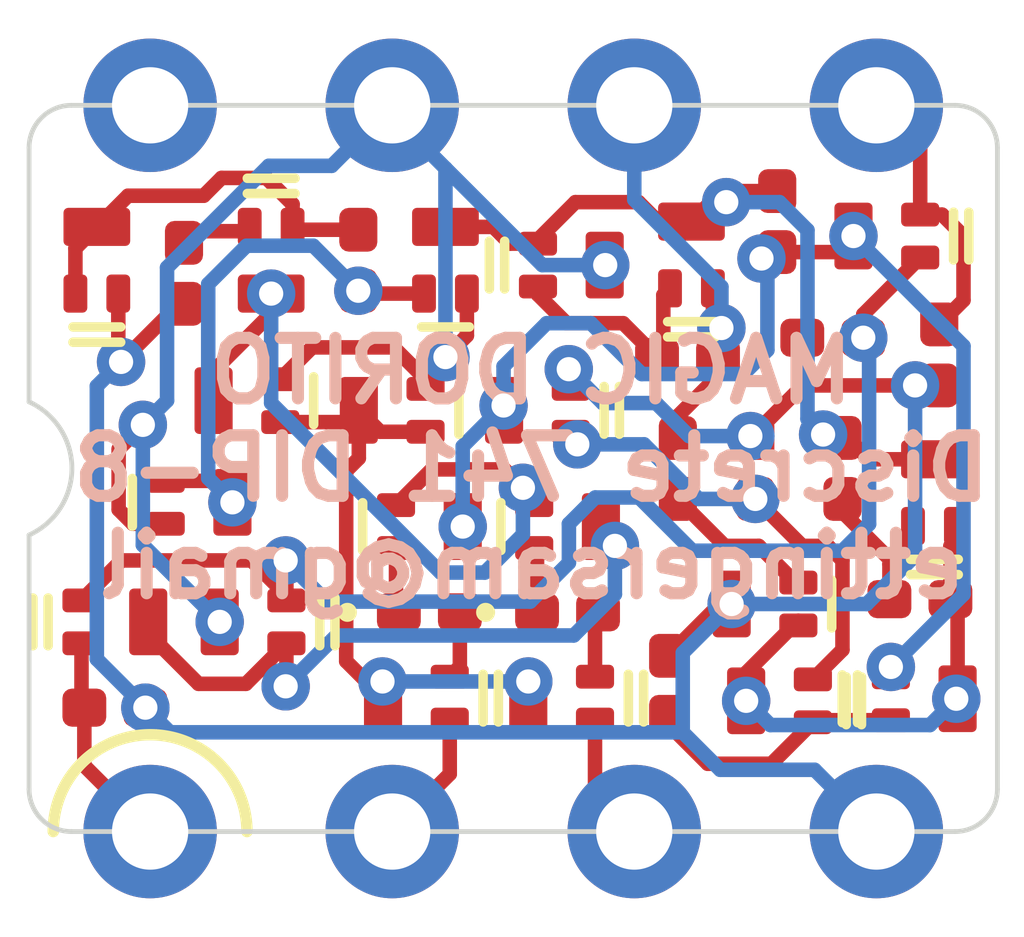
<source format=kicad_pcb>
(kicad_pcb (version 20171130) (host pcbnew "(5.1.10)-1")

  (general
    (thickness 1.6)
    (drawings 12)
    (tracks 286)
    (zones 0)
    (modules 35)
    (nets 28)
  )

  (page A4)
  (layers
    (0 F.Cu signal)
    (31 B.Cu signal)
    (32 B.Adhes user)
    (33 F.Adhes user)
    (34 B.Paste user)
    (35 F.Paste user)
    (36 B.SilkS user)
    (37 F.SilkS user)
    (38 B.Mask user)
    (39 F.Mask user)
    (40 Dwgs.User user)
    (41 Cmts.User user)
    (42 Eco1.User user)
    (43 Eco2.User user)
    (44 Edge.Cuts user)
    (45 Margin user)
    (46 B.CrtYd user hide)
    (47 F.CrtYd user hide)
    (48 B.Fab user)
    (49 F.Fab user)
  )

  (setup
    (last_trace_width 0.1524)
    (trace_clearance 0.1524)
    (zone_clearance 0.508)
    (zone_45_only no)
    (trace_min 0.1524)
    (via_size 0.508)
    (via_drill 0.254)
    (via_min_size 0.4)
    (via_min_drill 0.254)
    (uvia_size 0.3)
    (uvia_drill 0.1)
    (uvias_allowed no)
    (uvia_min_size 0.2)
    (uvia_min_drill 0.1)
    (edge_width 0.05)
    (segment_width 0.2)
    (pcb_text_width 0.3)
    (pcb_text_size 1.5 1.5)
    (mod_edge_width 0.12)
    (mod_text_size 1 1)
    (mod_text_width 0.15)
    (pad_size 1.4 1.4)
    (pad_drill 0.8)
    (pad_to_mask_clearance 0)
    (aux_axis_origin 0 0)
    (visible_elements 7FFFFF7F)
    (pcbplotparams
      (layerselection 0x010fc_ffffffff)
      (usegerberextensions false)
      (usegerberattributes true)
      (usegerberadvancedattributes true)
      (creategerberjobfile true)
      (excludeedgelayer true)
      (linewidth 0.100000)
      (plotframeref false)
      (viasonmask false)
      (mode 1)
      (useauxorigin false)
      (hpglpennumber 1)
      (hpglpenspeed 20)
      (hpglpendiameter 15.000000)
      (psnegative false)
      (psa4output false)
      (plotreference true)
      (plotvalue true)
      (plotinvisibletext false)
      (padsonsilk false)
      (subtractmaskfromsilk false)
      (outputformat 1)
      (mirror false)
      (drillshape 1)
      (scaleselection 1)
      (outputdirectory ""))
  )

  (net 0 "")
  (net 1 "Net-(C1-Pad2)")
  (net 2 "Net-(C1-Pad1)")
  (net 3 "Net-(J1-Pad8)")
  (net 4 Vcc-)
  (net 5 Vcc+)
  (net 6 In+)
  (net 7 Output)
  (net 8 In-)
  (net 9 Offset2)
  (net 10 Offset1)
  (net 11 "Net-(Q1-Pad3)")
  (net 12 "Net-(Q3-Pad3)")
  (net 13 "Net-(Q10-Pad3)")
  (net 14 "Net-(Q5-Pad1)")
  (net 15 "Net-(Q10-Pad2)")
  (net 16 "Net-(Q10-Pad1)")
  (net 17 "Net-(Q12-Pad1)")
  (net 18 "Net-(Q14-Pad2)")
  (net 19 "Net-(Q16-Pad3)")
  (net 20 "Net-(Q16-Pad2)")
  (net 21 "Net-(Q17-Pad2)")
  (net 22 "Net-(Q18-Pad1)")
  (net 23 "Net-(Q20-Pad2)")
  (net 24 "Net-(D1-Pad2)")
  (net 25 "Net-(D1-Pad1)")
  (net 26 "Net-(D2-Pad2)")
  (net 27 "Net-(D2-Pad1)")

  (net_class Default "This is the default net class."
    (clearance 0.1524)
    (trace_width 0.1524)
    (via_dia 0.508)
    (via_drill 0.254)
    (uvia_dia 0.3)
    (uvia_drill 0.1)
    (add_net In+)
    (add_net In-)
    (add_net "Net-(C1-Pad1)")
    (add_net "Net-(C1-Pad2)")
    (add_net "Net-(D1-Pad1)")
    (add_net "Net-(D1-Pad2)")
    (add_net "Net-(D2-Pad1)")
    (add_net "Net-(D2-Pad2)")
    (add_net "Net-(J1-Pad8)")
    (add_net "Net-(Q1-Pad3)")
    (add_net "Net-(Q10-Pad1)")
    (add_net "Net-(Q10-Pad2)")
    (add_net "Net-(Q10-Pad3)")
    (add_net "Net-(Q12-Pad1)")
    (add_net "Net-(Q14-Pad2)")
    (add_net "Net-(Q16-Pad2)")
    (add_net "Net-(Q16-Pad3)")
    (add_net "Net-(Q17-Pad2)")
    (add_net "Net-(Q18-Pad1)")
    (add_net "Net-(Q20-Pad2)")
    (add_net "Net-(Q3-Pad3)")
    (add_net "Net-(Q5-Pad1)")
    (add_net Offset1)
    (add_net Offset2)
    (add_net Output)
    (add_net Vcc+)
    (add_net Vcc-)
  )

  (module Diode_SMD:D_0201_0603Metric (layer F.Cu) (tedit 5F68FEF0) (tstamp 61614557)
    (at 80.4 73.9)
    (descr "Diode SMD 0201 (0603 Metric), square (rectangular) end terminal, IPC_7351 nominal, (Body size source: https://www.vishay.com/docs/20052/crcw0201e3.pdf), generated with kicad-footprint-generator")
    (tags diode)
    (path /61637502)
    (attr smd)
    (fp_text reference D2 (at 0 -1.05) (layer F.SilkS) hide
      (effects (font (size 1 1) (thickness 0.15)))
    )
    (fp_text value D_Schottky (at 0 1.05) (layer F.Fab) hide
      (effects (font (size 1 1) (thickness 0.15)))
    )
    (fp_circle (center -0.86 0) (end -0.81 0) (layer F.SilkS) (width 0.1))
    (fp_line (start -0.3 0.15) (end -0.3 -0.15) (layer F.Fab) (width 0.1))
    (fp_line (start -0.3 -0.15) (end 0.3 -0.15) (layer F.Fab) (width 0.1))
    (fp_line (start 0.3 -0.15) (end 0.3 0.15) (layer F.Fab) (width 0.1))
    (fp_line (start 0.3 0.15) (end -0.3 0.15) (layer F.Fab) (width 0.1))
    (fp_line (start -0.2 0.15) (end -0.2 -0.15) (layer F.Fab) (width 0.1))
    (fp_line (start -0.1 0.15) (end -0.1 -0.15) (layer F.Fab) (width 0.1))
    (fp_line (start -0.7 0.35) (end -0.7 -0.35) (layer F.CrtYd) (width 0.05))
    (fp_line (start -0.7 -0.35) (end 0.7 -0.35) (layer F.CrtYd) (width 0.05))
    (fp_line (start 0.7 -0.35) (end 0.7 0.35) (layer F.CrtYd) (width 0.05))
    (fp_line (start 0.7 0.35) (end -0.7 0.35) (layer F.CrtYd) (width 0.05))
    (fp_text user %R (at 0 -0.68) (layer F.Fab)
      (effects (font (size 0.25 0.25) (thickness 0.04)))
    )
    (pad 2 smd roundrect (at 0.32 0) (size 0.46 0.4) (layers F.Cu F.Mask) (roundrect_rratio 0.25)
      (net 26 "Net-(D2-Pad2)"))
    (pad 1 smd roundrect (at -0.32 0) (size 0.46 0.4) (layers F.Cu F.Mask) (roundrect_rratio 0.25)
      (net 27 "Net-(D2-Pad1)"))
    (pad "" smd roundrect (at 0.345 0) (size 0.318 0.36) (layers F.Paste) (roundrect_rratio 0.25))
    (pad "" smd roundrect (at -0.345 0) (size 0.318 0.36) (layers F.Paste) (roundrect_rratio 0.25))
    (model ${KISYS3DMOD}/Diode_SMD.3dshapes/D_0603_1608Metric.step
      (at (xyz 0 0 0))
      (scale (xyz 0.33 0.33 0.33))
      (rotate (xyz 0 0 0))
    )
  )

  (module Diode_SMD:D_0201_0603Metric (layer F.Cu) (tedit 5F68FEF0) (tstamp 61614543)
    (at 81.85 73.9)
    (descr "Diode SMD 0201 (0603 Metric), square (rectangular) end terminal, IPC_7351 nominal, (Body size source: https://www.vishay.com/docs/20052/crcw0201e3.pdf), generated with kicad-footprint-generator")
    (tags diode)
    (path /61637FF0)
    (attr smd)
    (fp_text reference D1 (at 0 -1.05) (layer F.SilkS) hide
      (effects (font (size 1 1) (thickness 0.15)))
    )
    (fp_text value D_Schottky (at 0 1.05) (layer F.Fab) hide
      (effects (font (size 1 1) (thickness 0.15)))
    )
    (fp_circle (center -0.86 0) (end -0.81 0) (layer F.SilkS) (width 0.1))
    (fp_line (start -0.3 0.15) (end -0.3 -0.15) (layer F.Fab) (width 0.1))
    (fp_line (start -0.3 -0.15) (end 0.3 -0.15) (layer F.Fab) (width 0.1))
    (fp_line (start 0.3 -0.15) (end 0.3 0.15) (layer F.Fab) (width 0.1))
    (fp_line (start 0.3 0.15) (end -0.3 0.15) (layer F.Fab) (width 0.1))
    (fp_line (start -0.2 0.15) (end -0.2 -0.15) (layer F.Fab) (width 0.1))
    (fp_line (start -0.1 0.15) (end -0.1 -0.15) (layer F.Fab) (width 0.1))
    (fp_line (start -0.7 0.35) (end -0.7 -0.35) (layer F.CrtYd) (width 0.05))
    (fp_line (start -0.7 -0.35) (end 0.7 -0.35) (layer F.CrtYd) (width 0.05))
    (fp_line (start 0.7 -0.35) (end 0.7 0.35) (layer F.CrtYd) (width 0.05))
    (fp_line (start 0.7 0.35) (end -0.7 0.35) (layer F.CrtYd) (width 0.05))
    (fp_text user %R (at 0 -0.68) (layer F.Fab)
      (effects (font (size 0.25 0.25) (thickness 0.04)))
    )
    (pad 2 smd roundrect (at 0.32 0) (size 0.46 0.4) (layers F.Cu F.Mask) (roundrect_rratio 0.25)
      (net 24 "Net-(D1-Pad2)"))
    (pad 1 smd roundrect (at -0.32 0) (size 0.46 0.4) (layers F.Cu F.Mask) (roundrect_rratio 0.25)
      (net 25 "Net-(D1-Pad1)"))
    (pad "" smd roundrect (at 0.345 0) (size 0.318 0.36) (layers F.Paste) (roundrect_rratio 0.25))
    (pad "" smd roundrect (at -0.345 0) (size 0.318 0.36) (layers F.Paste) (roundrect_rratio 0.25))
    (model ${KISYS3DMOD}/Diode_SMD.3dshapes/D_0603_1608Metric.step
      (at (xyz 0 0 0))
      (scale (xyz 0.33 0.33 0.33))
      (rotate (xyz 0 0 0))
    )
  )

  (module discrete741:SOT-883L-alt (layer F.Cu) (tedit 6158E48A) (tstamp 61582DF2)
    (at 81.534 71.7804 180)
    (descr "SOT-883, https://assets.nexperia.com/documents/outline-drawing/SOT883.pdf")
    (tags SOT-883)
    (path /615899C6)
    (attr smd)
    (fp_text reference Q22 (at 0 -1.905) (layer F.SilkS) hide
      (effects (font (size 1 1) (thickness 0.15)))
    )
    (fp_text value CET3904E (at 0 1.905) (layer F.Fab) hide
      (effects (font (size 1 1) (thickness 0.15)))
    )
    (fp_line (start -0.86 0.25) (end -0.86 -0.25) (layer F.SilkS) (width 0.1))
    (fp_line (start -0.7 0.5) (end -0.7 -0.5) (layer F.CrtYd) (width 0.05))
    (fp_line (start 0.7 0.5) (end -0.7 0.5) (layer F.CrtYd) (width 0.05))
    (fp_line (start 0.7 -0.5) (end 0.7 0.5) (layer F.CrtYd) (width 0.05))
    (fp_line (start -0.7 -0.5) (end 0.7 -0.5) (layer F.CrtYd) (width 0.05))
    (fp_line (start -0.31 -0.31) (end -0.51 -0.11) (layer F.Fab) (width 0.1))
    (fp_line (start -0.51 0.31) (end -0.51 -0.11) (layer F.Fab) (width 0.1))
    (fp_line (start 0.51 0.31) (end -0.51 0.31) (layer F.Fab) (width 0.1))
    (fp_line (start 0.51 -0.31) (end 0.51 0.31) (layer F.Fab) (width 0.1))
    (fp_line (start -0.31 -0.31) (end 0.51 -0.31) (layer F.Fab) (width 0.1))
    (fp_line (start -0.7 0.25) (end -0.7 -0.25) (layer F.SilkS) (width 0.1))
    (fp_text user %R (at 0 0) (layer F.Fab)
      (effects (font (size 0.2 0.2) (thickness 0.03)))
    )
    (pad 3 smd roundrect (at 0.35 0 180) (size 0.4 0.7) (layers F.Cu F.Paste F.Mask) (roundrect_rratio 0.125)
      (net 1 "Net-(C1-Pad2)"))
    (pad 2 smd roundrect (at -0.35 0.225 180) (size 0.4 0.25) (layers F.Cu F.Paste F.Mask) (roundrect_rratio 0.2)
      (net 4 Vcc-))
    (pad 1 smd roundrect (at -0.35 -0.225 180) (size 0.4 0.25) (layers F.Cu F.Paste F.Mask) (roundrect_rratio 0.2)
      (net 21 "Net-(Q17-Pad2)"))
    (model ${KIPRJMOD}/discrete741.pretty/sot883b.stp
      (at (xyz 0 0 0))
      (scale (xyz 1 1 1))
      (rotate (xyz 0 0 0))
    )
  )

  (module discrete741:SOT-883L (layer F.Cu) (tedit 6158E52F) (tstamp 61650E0B)
    (at 83.9216 73.8124 180)
    (descr "SOT-883, https://assets.nexperia.com/documents/outline-drawing/SOT883.pdf")
    (tags SOT-883)
    (path /61596DAB)
    (attr smd)
    (fp_text reference Q20 (at 0 -1.905) (layer F.SilkS) hide
      (effects (font (size 1 1) (thickness 0.15)))
    )
    (fp_text value CET3906E (at 0 1.905) (layer F.Fab) hide
      (effects (font (size 1 1) (thickness 0.15)))
    )
    (fp_line (start -0.7 0.5) (end -0.7 -0.5) (layer F.CrtYd) (width 0.05))
    (fp_line (start 0.7 0.5) (end -0.7 0.5) (layer F.CrtYd) (width 0.05))
    (fp_line (start 0.7 -0.5) (end 0.7 0.5) (layer F.CrtYd) (width 0.05))
    (fp_line (start -0.7 -0.5) (end 0.7 -0.5) (layer F.CrtYd) (width 0.05))
    (fp_line (start -0.31 -0.31) (end -0.51 -0.11) (layer F.Fab) (width 0.1))
    (fp_line (start -0.51 0.31) (end -0.51 -0.11) (layer F.Fab) (width 0.1))
    (fp_line (start 0.51 0.31) (end -0.51 0.31) (layer F.Fab) (width 0.1))
    (fp_line (start 0.51 -0.31) (end 0.51 0.31) (layer F.Fab) (width 0.1))
    (fp_line (start -0.31 -0.31) (end 0.51 -0.31) (layer F.Fab) (width 0.1))
    (fp_line (start -0.7 0.25) (end -0.7 -0.25) (layer F.SilkS) (width 0.1))
    (fp_text user %R (at 0 0) (layer F.Fab)
      (effects (font (size 0.2 0.2) (thickness 0.03)))
    )
    (pad 3 smd roundrect (at 0.35 0 180) (size 0.4 0.7) (layers F.Cu F.Paste F.Mask) (roundrect_rratio 0.125)
      (net 4 Vcc-))
    (pad 2 smd roundrect (at -0.35 0.225 180) (size 0.4 0.25) (layers F.Cu F.Paste F.Mask) (roundrect_rratio 0.2)
      (net 23 "Net-(Q20-Pad2)"))
    (pad 1 smd roundrect (at -0.35 -0.225 180) (size 0.4 0.25) (layers F.Cu F.Paste F.Mask) (roundrect_rratio 0.2)
      (net 19 "Net-(Q16-Pad3)"))
    (model ${KIPRJMOD}/discrete741.pretty/sot883b.stp
      (at (xyz 0 0 0))
      (scale (xyz 1 1 1))
      (rotate (xyz 0 0 0))
    )
  )

  (module discrete741:SOT-883L-alt (layer F.Cu) (tedit 6158E48A) (tstamp 616512CA)
    (at 85.6996 72.644 90)
    (descr "SOT-883, https://assets.nexperia.com/documents/outline-drawing/SOT883.pdf")
    (tags SOT-883)
    (path /6158FF0C)
    (attr smd)
    (fp_text reference Q18 (at 0 -1.905 90) (layer F.SilkS) hide
      (effects (font (size 1 1) (thickness 0.15)))
    )
    (fp_text value CET3904E (at 0 1.905 90) (layer F.Fab) hide
      (effects (font (size 1 1) (thickness 0.15)))
    )
    (fp_line (start -0.86 0.25) (end -0.86 -0.25) (layer F.SilkS) (width 0.1))
    (fp_line (start -0.7 0.5) (end -0.7 -0.5) (layer F.CrtYd) (width 0.05))
    (fp_line (start 0.7 0.5) (end -0.7 0.5) (layer F.CrtYd) (width 0.05))
    (fp_line (start 0.7 -0.5) (end 0.7 0.5) (layer F.CrtYd) (width 0.05))
    (fp_line (start -0.7 -0.5) (end 0.7 -0.5) (layer F.CrtYd) (width 0.05))
    (fp_line (start -0.31 -0.31) (end -0.51 -0.11) (layer F.Fab) (width 0.1))
    (fp_line (start -0.51 0.31) (end -0.51 -0.11) (layer F.Fab) (width 0.1))
    (fp_line (start 0.51 0.31) (end -0.51 0.31) (layer F.Fab) (width 0.1))
    (fp_line (start 0.51 -0.31) (end 0.51 0.31) (layer F.Fab) (width 0.1))
    (fp_line (start -0.31 -0.31) (end 0.51 -0.31) (layer F.Fab) (width 0.1))
    (fp_line (start -0.7 0.25) (end -0.7 -0.25) (layer F.SilkS) (width 0.1))
    (fp_text user %R (at 0 0 90) (layer F.Fab)
      (effects (font (size 0.2 0.2) (thickness 0.03)))
    )
    (pad 3 smd roundrect (at 0.35 0 90) (size 0.4 0.7) (layers F.Cu F.Paste F.Mask) (roundrect_rratio 0.125)
      (net 2 "Net-(C1-Pad1)"))
    (pad 2 smd roundrect (at -0.35 0.225 90) (size 0.4 0.25) (layers F.Cu F.Paste F.Mask) (roundrect_rratio 0.2)
      (net 19 "Net-(Q16-Pad3)"))
    (pad 1 smd roundrect (at -0.35 -0.225 90) (size 0.4 0.25) (layers F.Cu F.Paste F.Mask) (roundrect_rratio 0.2)
      (net 22 "Net-(Q18-Pad1)"))
    (model ${KIPRJMOD}/discrete741.pretty/sot883b.stp
      (at (xyz 0 0 0))
      (scale (xyz 1 1 1))
      (rotate (xyz 0 0 0))
    )
  )

  (module discrete741:SOT-883L-alt (layer F.Cu) (tedit 6158E48A) (tstamp 6158303E)
    (at 84.074 74.8284 180)
    (descr "SOT-883, https://assets.nexperia.com/documents/outline-drawing/SOT883.pdf")
    (tags SOT-883)
    (path /6158D3A9)
    (attr smd)
    (fp_text reference Q17 (at 0 -1.905) (layer F.SilkS) hide
      (effects (font (size 1 1) (thickness 0.15)))
    )
    (fp_text value CET3904E (at 0 1.905) (layer F.Fab) hide
      (effects (font (size 1 1) (thickness 0.15)))
    )
    (fp_line (start -0.86 0.25) (end -0.86 -0.25) (layer F.SilkS) (width 0.1))
    (fp_line (start -0.7 0.5) (end -0.7 -0.5) (layer F.CrtYd) (width 0.05))
    (fp_line (start 0.7 0.5) (end -0.7 0.5) (layer F.CrtYd) (width 0.05))
    (fp_line (start 0.7 -0.5) (end 0.7 0.5) (layer F.CrtYd) (width 0.05))
    (fp_line (start -0.7 -0.5) (end 0.7 -0.5) (layer F.CrtYd) (width 0.05))
    (fp_line (start -0.31 -0.31) (end -0.51 -0.11) (layer F.Fab) (width 0.1))
    (fp_line (start -0.51 0.31) (end -0.51 -0.11) (layer F.Fab) (width 0.1))
    (fp_line (start 0.51 0.31) (end -0.51 0.31) (layer F.Fab) (width 0.1))
    (fp_line (start 0.51 -0.31) (end 0.51 0.31) (layer F.Fab) (width 0.1))
    (fp_line (start -0.31 -0.31) (end 0.51 -0.31) (layer F.Fab) (width 0.1))
    (fp_line (start -0.7 0.25) (end -0.7 -0.25) (layer F.SilkS) (width 0.1))
    (fp_text user %R (at 0 0) (layer F.Fab)
      (effects (font (size 0.2 0.2) (thickness 0.03)))
    )
    (pad 3 smd roundrect (at 0.35 0 180) (size 0.4 0.7) (layers F.Cu F.Paste F.Mask) (roundrect_rratio 0.125)
      (net 19 "Net-(Q16-Pad3)"))
    (pad 2 smd roundrect (at -0.35 0.225 180) (size 0.4 0.25) (layers F.Cu F.Paste F.Mask) (roundrect_rratio 0.2)
      (net 21 "Net-(Q17-Pad2)"))
    (pad 1 smd roundrect (at -0.35 -0.225 180) (size 0.4 0.25) (layers F.Cu F.Paste F.Mask) (roundrect_rratio 0.2)
      (net 20 "Net-(Q16-Pad2)"))
    (model ${KIPRJMOD}/discrete741.pretty/sot883b.stp
      (at (xyz 0 0 0))
      (scale (xyz 1 1 1))
      (rotate (xyz 0 0 0))
    )
  )

  (module discrete741:SOT-883L-alt (layer F.Cu) (tedit 6158E48A) (tstamp 61583071)
    (at 85.5924 74.8066)
    (descr "SOT-883, https://assets.nexperia.com/documents/outline-drawing/SOT883.pdf")
    (tags SOT-883)
    (path /6158C408)
    (attr smd)
    (fp_text reference Q16 (at 0 -1.905) (layer F.SilkS) hide
      (effects (font (size 1 1) (thickness 0.15)))
    )
    (fp_text value CET3904E (at 0 1.905) (layer F.Fab) hide
      (effects (font (size 1 1) (thickness 0.15)))
    )
    (fp_line (start -0.86 0.25) (end -0.86 -0.25) (layer F.SilkS) (width 0.1))
    (fp_line (start -0.7 0.5) (end -0.7 -0.5) (layer F.CrtYd) (width 0.05))
    (fp_line (start 0.7 0.5) (end -0.7 0.5) (layer F.CrtYd) (width 0.05))
    (fp_line (start 0.7 -0.5) (end 0.7 0.5) (layer F.CrtYd) (width 0.05))
    (fp_line (start -0.7 -0.5) (end 0.7 -0.5) (layer F.CrtYd) (width 0.05))
    (fp_line (start -0.31 -0.31) (end -0.51 -0.11) (layer F.Fab) (width 0.1))
    (fp_line (start -0.51 0.31) (end -0.51 -0.11) (layer F.Fab) (width 0.1))
    (fp_line (start 0.51 0.31) (end -0.51 0.31) (layer F.Fab) (width 0.1))
    (fp_line (start 0.51 -0.31) (end 0.51 0.31) (layer F.Fab) (width 0.1))
    (fp_line (start -0.31 -0.31) (end 0.51 -0.31) (layer F.Fab) (width 0.1))
    (fp_line (start -0.7 0.25) (end -0.7 -0.25) (layer F.SilkS) (width 0.1))
    (fp_text user %R (at 0 0) (layer F.Fab)
      (effects (font (size 0.2 0.2) (thickness 0.03)))
    )
    (pad 3 smd roundrect (at 0.35 0) (size 0.4 0.7) (layers F.Cu F.Paste F.Mask) (roundrect_rratio 0.125)
      (net 19 "Net-(Q16-Pad3)"))
    (pad 2 smd roundrect (at -0.35 0.225) (size 0.4 0.25) (layers F.Cu F.Paste F.Mask) (roundrect_rratio 0.2)
      (net 20 "Net-(Q16-Pad2)"))
    (pad 1 smd roundrect (at -0.35 -0.225) (size 0.4 0.25) (layers F.Cu F.Paste F.Mask) (roundrect_rratio 0.2)
      (net 1 "Net-(C1-Pad2)"))
    (model ${KIPRJMOD}/discrete741.pretty/sot883b.stp
      (at (xyz 0 0 0))
      (scale (xyz 1 1 1))
      (rotate (xyz 0 0 0))
    )
  )

  (module discrete741:SOT-883L-alt (layer F.Cu) (tedit 6158E48A) (tstamp 615835EC)
    (at 83.15 70.15 90)
    (descr "SOT-883, https://assets.nexperia.com/documents/outline-drawing/SOT883.pdf")
    (tags SOT-883)
    (path /61592D65)
    (attr smd)
    (fp_text reference Q15 (at 0 -1.905 90) (layer F.SilkS) hide
      (effects (font (size 1 1) (thickness 0.15)))
    )
    (fp_text value CET3904E (at 0 1.905 90) (layer F.Fab) hide
      (effects (font (size 1 1) (thickness 0.15)))
    )
    (fp_line (start -0.86 0.25) (end -0.86 -0.25) (layer F.SilkS) (width 0.1))
    (fp_line (start -0.7 0.5) (end -0.7 -0.5) (layer F.CrtYd) (width 0.05))
    (fp_line (start 0.7 0.5) (end -0.7 0.5) (layer F.CrtYd) (width 0.05))
    (fp_line (start 0.7 -0.5) (end 0.7 0.5) (layer F.CrtYd) (width 0.05))
    (fp_line (start -0.7 -0.5) (end 0.7 -0.5) (layer F.CrtYd) (width 0.05))
    (fp_line (start -0.31 -0.31) (end -0.51 -0.11) (layer F.Fab) (width 0.1))
    (fp_line (start -0.51 0.31) (end -0.51 -0.11) (layer F.Fab) (width 0.1))
    (fp_line (start 0.51 0.31) (end -0.51 0.31) (layer F.Fab) (width 0.1))
    (fp_line (start 0.51 -0.31) (end 0.51 0.31) (layer F.Fab) (width 0.1))
    (fp_line (start -0.31 -0.31) (end 0.51 -0.31) (layer F.Fab) (width 0.1))
    (fp_line (start -0.7 0.25) (end -0.7 -0.25) (layer F.SilkS) (width 0.1))
    (fp_text user %R (at 0 0 90) (layer F.Fab)
      (effects (font (size 0.2 0.2) (thickness 0.03)))
    )
    (pad 3 smd roundrect (at 0.35 0 90) (size 0.4 0.7) (layers F.Cu F.Paste F.Mask) (roundrect_rratio 0.125)
      (net 2 "Net-(C1-Pad1)"))
    (pad 2 smd roundrect (at -0.35 0.225 90) (size 0.4 0.25) (layers F.Cu F.Paste F.Mask) (roundrect_rratio 0.2)
      (net 7 Output))
    (pad 1 smd roundrect (at -0.35 -0.225 90) (size 0.4 0.25) (layers F.Cu F.Paste F.Mask) (roundrect_rratio 0.2)
      (net 18 "Net-(Q14-Pad2)"))
    (model ${KIPRJMOD}/discrete741.pretty/sot883b.stp
      (at (xyz 0 0 0))
      (scale (xyz 1 1 1))
      (rotate (xyz 0 0 0))
    )
  )

  (module discrete741:SOT-883L-alt (layer F.Cu) (tedit 6158E48A) (tstamp 61583170)
    (at 81.8896 70.2564)
    (descr "SOT-883, https://assets.nexperia.com/documents/outline-drawing/SOT883.pdf")
    (tags SOT-883)
    (path /61591ABE)
    (attr smd)
    (fp_text reference Q14 (at 0 -1.905) (layer F.SilkS) hide
      (effects (font (size 1 1) (thickness 0.15)))
    )
    (fp_text value CET3904E (at 0 1.905) (layer F.Fab) hide
      (effects (font (size 1 1) (thickness 0.15)))
    )
    (fp_line (start -0.86 0.25) (end -0.86 -0.25) (layer F.SilkS) (width 0.1))
    (fp_line (start -0.7 0.5) (end -0.7 -0.5) (layer F.CrtYd) (width 0.05))
    (fp_line (start 0.7 0.5) (end -0.7 0.5) (layer F.CrtYd) (width 0.05))
    (fp_line (start 0.7 -0.5) (end 0.7 0.5) (layer F.CrtYd) (width 0.05))
    (fp_line (start -0.7 -0.5) (end 0.7 -0.5) (layer F.CrtYd) (width 0.05))
    (fp_line (start -0.31 -0.31) (end -0.51 -0.11) (layer F.Fab) (width 0.1))
    (fp_line (start -0.51 0.31) (end -0.51 -0.11) (layer F.Fab) (width 0.1))
    (fp_line (start 0.51 0.31) (end -0.51 0.31) (layer F.Fab) (width 0.1))
    (fp_line (start 0.51 -0.31) (end 0.51 0.31) (layer F.Fab) (width 0.1))
    (fp_line (start -0.31 -0.31) (end 0.51 -0.31) (layer F.Fab) (width 0.1))
    (fp_line (start -0.7 0.25) (end -0.7 -0.25) (layer F.SilkS) (width 0.1))
    (fp_text user %R (at 0 0) (layer F.Fab)
      (effects (font (size 0.2 0.2) (thickness 0.03)))
    )
    (pad 3 smd roundrect (at 0.35 0) (size 0.4 0.7) (layers F.Cu F.Paste F.Mask) (roundrect_rratio 0.125)
      (net 5 Vcc+))
    (pad 2 smd roundrect (at -0.35 0.225) (size 0.4 0.25) (layers F.Cu F.Paste F.Mask) (roundrect_rratio 0.2)
      (net 18 "Net-(Q14-Pad2)"))
    (pad 1 smd roundrect (at -0.35 -0.225) (size 0.4 0.25) (layers F.Cu F.Paste F.Mask) (roundrect_rratio 0.2)
      (net 2 "Net-(C1-Pad1)"))
    (model ${KIPRJMOD}/discrete741.pretty/sot883b.stp
      (at (xyz 0 0 0))
      (scale (xyz 1 1 1))
      (rotate (xyz 0 0 0))
    )
  )

  (module discrete741:SOT-883L (layer F.Cu) (tedit 6158E52F) (tstamp 615831D6)
    (at 80.5688 70.2056 90)
    (descr "SOT-883, https://assets.nexperia.com/documents/outline-drawing/SOT883.pdf")
    (tags SOT-883)
    (path /61595A52)
    (attr smd)
    (fp_text reference Q13 (at 0 -1.905 90) (layer F.SilkS) hide
      (effects (font (size 1 1) (thickness 0.15)))
    )
    (fp_text value CET3906E (at 0 1.905 90) (layer F.Fab) hide
      (effects (font (size 1 1) (thickness 0.15)))
    )
    (fp_line (start -0.7 0.5) (end -0.7 -0.5) (layer F.CrtYd) (width 0.05))
    (fp_line (start 0.7 0.5) (end -0.7 0.5) (layer F.CrtYd) (width 0.05))
    (fp_line (start 0.7 -0.5) (end 0.7 0.5) (layer F.CrtYd) (width 0.05))
    (fp_line (start -0.7 -0.5) (end 0.7 -0.5) (layer F.CrtYd) (width 0.05))
    (fp_line (start -0.31 -0.31) (end -0.51 -0.11) (layer F.Fab) (width 0.1))
    (fp_line (start -0.51 0.31) (end -0.51 -0.11) (layer F.Fab) (width 0.1))
    (fp_line (start 0.51 0.31) (end -0.51 0.31) (layer F.Fab) (width 0.1))
    (fp_line (start 0.51 -0.31) (end 0.51 0.31) (layer F.Fab) (width 0.1))
    (fp_line (start -0.31 -0.31) (end 0.51 -0.31) (layer F.Fab) (width 0.1))
    (fp_line (start -0.7 0.25) (end -0.7 -0.25) (layer F.SilkS) (width 0.1))
    (fp_text user %R (at 0 0 90) (layer F.Fab)
      (effects (font (size 0.2 0.2) (thickness 0.03)))
    )
    (pad 3 smd roundrect (at 0.35 0 90) (size 0.4 0.7) (layers F.Cu F.Paste F.Mask) (roundrect_rratio 0.125)
      (net 2 "Net-(C1-Pad1)"))
    (pad 2 smd roundrect (at -0.35 0.225 90) (size 0.4 0.25) (layers F.Cu F.Paste F.Mask) (roundrect_rratio 0.2)
      (net 5 Vcc+))
    (pad 1 smd roundrect (at -0.35 -0.225 90) (size 0.4 0.25) (layers F.Cu F.Paste F.Mask) (roundrect_rratio 0.2)
      (net 17 "Net-(Q12-Pad1)"))
    (model ${KIPRJMOD}/discrete741.pretty/sot883b.stp
      (at (xyz 0 0 0))
      (scale (xyz 1 1 1))
      (rotate (xyz 0 0 0))
    )
  )

  (module discrete741:SOT-883L (layer F.Cu) (tedit 6158E52F) (tstamp 6161658A)
    (at 77.9836 72.7456)
    (descr "SOT-883, https://assets.nexperia.com/documents/outline-drawing/SOT883.pdf")
    (tags SOT-883)
    (path /61587CC4)
    (attr smd)
    (fp_text reference Q12 (at 0 -1.905) (layer F.SilkS) hide
      (effects (font (size 1 1) (thickness 0.15)))
    )
    (fp_text value CET3906E (at 0 1.905) (layer F.Fab) hide
      (effects (font (size 1 1) (thickness 0.15)))
    )
    (fp_line (start -0.7 0.5) (end -0.7 -0.5) (layer F.CrtYd) (width 0.05))
    (fp_line (start 0.7 0.5) (end -0.7 0.5) (layer F.CrtYd) (width 0.05))
    (fp_line (start 0.7 -0.5) (end 0.7 0.5) (layer F.CrtYd) (width 0.05))
    (fp_line (start -0.7 -0.5) (end 0.7 -0.5) (layer F.CrtYd) (width 0.05))
    (fp_line (start -0.31 -0.31) (end -0.51 -0.11) (layer F.Fab) (width 0.1))
    (fp_line (start -0.51 0.31) (end -0.51 -0.11) (layer F.Fab) (width 0.1))
    (fp_line (start 0.51 0.31) (end -0.51 0.31) (layer F.Fab) (width 0.1))
    (fp_line (start 0.51 -0.31) (end 0.51 0.31) (layer F.Fab) (width 0.1))
    (fp_line (start -0.31 -0.31) (end 0.51 -0.31) (layer F.Fab) (width 0.1))
    (fp_line (start -0.7 0.25) (end -0.7 -0.25) (layer F.SilkS) (width 0.1))
    (fp_text user %R (at 0 0) (layer F.Fab)
      (effects (font (size 0.2 0.2) (thickness 0.03)))
    )
    (pad 3 smd roundrect (at 0.35 0) (size 0.4 0.7) (layers F.Cu F.Paste F.Mask) (roundrect_rratio 0.125)
      (net 17 "Net-(Q12-Pad1)"))
    (pad 2 smd roundrect (at -0.35 0.225) (size 0.4 0.25) (layers F.Cu F.Paste F.Mask) (roundrect_rratio 0.2)
      (net 5 Vcc+))
    (pad 1 smd roundrect (at -0.35 -0.225) (size 0.4 0.25) (layers F.Cu F.Paste F.Mask) (roundrect_rratio 0.2)
      (net 17 "Net-(Q12-Pad1)"))
    (model ${KIPRJMOD}/discrete741.pretty/sot883b.stp
      (at (xyz 0 0 0))
      (scale (xyz 1 1 1))
      (rotate (xyz 0 0 0))
    )
  )

  (module discrete741:SOT-883L-alt (layer F.Cu) (tedit 6158E48A) (tstamp 6158323C)
    (at 76.9112 70.2056 90)
    (descr "SOT-883, https://assets.nexperia.com/documents/outline-drawing/SOT883.pdf")
    (tags SOT-883)
    (path /61572540)
    (attr smd)
    (fp_text reference Q11 (at 0 -1.905 90) (layer F.SilkS) hide
      (effects (font (size 1 1) (thickness 0.15)))
    )
    (fp_text value CET3904E (at 0 1.905 90) (layer F.Fab) hide
      (effects (font (size 1 1) (thickness 0.15)))
    )
    (fp_line (start -0.86 0.25) (end -0.86 -0.25) (layer F.SilkS) (width 0.1))
    (fp_line (start -0.7 0.5) (end -0.7 -0.5) (layer F.CrtYd) (width 0.05))
    (fp_line (start 0.7 0.5) (end -0.7 0.5) (layer F.CrtYd) (width 0.05))
    (fp_line (start 0.7 -0.5) (end 0.7 0.5) (layer F.CrtYd) (width 0.05))
    (fp_line (start -0.7 -0.5) (end 0.7 -0.5) (layer F.CrtYd) (width 0.05))
    (fp_line (start -0.31 -0.31) (end -0.51 -0.11) (layer F.Fab) (width 0.1))
    (fp_line (start -0.51 0.31) (end -0.51 -0.11) (layer F.Fab) (width 0.1))
    (fp_line (start 0.51 0.31) (end -0.51 0.31) (layer F.Fab) (width 0.1))
    (fp_line (start 0.51 -0.31) (end 0.51 0.31) (layer F.Fab) (width 0.1))
    (fp_line (start -0.31 -0.31) (end 0.51 -0.31) (layer F.Fab) (width 0.1))
    (fp_line (start -0.7 0.25) (end -0.7 -0.25) (layer F.SilkS) (width 0.1))
    (fp_text user %R (at 0 0 90) (layer F.Fab)
      (effects (font (size 0.2 0.2) (thickness 0.03)))
    )
    (pad 3 smd roundrect (at 0.35 0 90) (size 0.4 0.7) (layers F.Cu F.Paste F.Mask) (roundrect_rratio 0.125)
      (net 16 "Net-(Q10-Pad1)"))
    (pad 2 smd roundrect (at -0.35 0.225 90) (size 0.4 0.25) (layers F.Cu F.Paste F.Mask) (roundrect_rratio 0.2)
      (net 4 Vcc-))
    (pad 1 smd roundrect (at -0.35 -0.225 90) (size 0.4 0.25) (layers F.Cu F.Paste F.Mask) (roundrect_rratio 0.2)
      (net 16 "Net-(Q10-Pad1)"))
    (model ${KIPRJMOD}/discrete741.pretty/sot883b.stp
      (at (xyz 0 0 0))
      (scale (xyz 1 1 1))
      (rotate (xyz 0 0 0))
    )
  )

  (module discrete741:SOT-883L-alt (layer F.Cu) (tedit 6158E48A) (tstamp 6158300B)
    (at 78.74 70.2056 270)
    (descr "SOT-883, https://assets.nexperia.com/documents/outline-drawing/SOT883.pdf")
    (tags SOT-883)
    (path /6156F9C7)
    (attr smd)
    (fp_text reference Q10 (at 0 -1.905 90) (layer F.SilkS) hide
      (effects (font (size 1 1) (thickness 0.15)))
    )
    (fp_text value CET3904E (at 0 1.905 90) (layer F.Fab) hide
      (effects (font (size 1 1) (thickness 0.15)))
    )
    (fp_line (start -0.86 0.25) (end -0.86 -0.25) (layer F.SilkS) (width 0.1))
    (fp_line (start -0.7 0.5) (end -0.7 -0.5) (layer F.CrtYd) (width 0.05))
    (fp_line (start 0.7 0.5) (end -0.7 0.5) (layer F.CrtYd) (width 0.05))
    (fp_line (start 0.7 -0.5) (end 0.7 0.5) (layer F.CrtYd) (width 0.05))
    (fp_line (start -0.7 -0.5) (end 0.7 -0.5) (layer F.CrtYd) (width 0.05))
    (fp_line (start -0.31 -0.31) (end -0.51 -0.11) (layer F.Fab) (width 0.1))
    (fp_line (start -0.51 0.31) (end -0.51 -0.11) (layer F.Fab) (width 0.1))
    (fp_line (start 0.51 0.31) (end -0.51 0.31) (layer F.Fab) (width 0.1))
    (fp_line (start 0.51 -0.31) (end 0.51 0.31) (layer F.Fab) (width 0.1))
    (fp_line (start -0.31 -0.31) (end 0.51 -0.31) (layer F.Fab) (width 0.1))
    (fp_line (start -0.7 0.25) (end -0.7 -0.25) (layer F.SilkS) (width 0.1))
    (fp_text user %R (at 0 0 90) (layer F.Fab)
      (effects (font (size 0.2 0.2) (thickness 0.03)))
    )
    (pad 3 smd roundrect (at 0.35 0 270) (size 0.4 0.7) (layers F.Cu F.Paste F.Mask) (roundrect_rratio 0.125)
      (net 13 "Net-(Q10-Pad3)"))
    (pad 2 smd roundrect (at -0.35 0.225 270) (size 0.4 0.25) (layers F.Cu F.Paste F.Mask) (roundrect_rratio 0.2)
      (net 15 "Net-(Q10-Pad2)"))
    (pad 1 smd roundrect (at -0.35 -0.225 270) (size 0.4 0.25) (layers F.Cu F.Paste F.Mask) (roundrect_rratio 0.2)
      (net 16 "Net-(Q10-Pad1)"))
    (model ${KIPRJMOD}/discrete741.pretty/sot883b.stp
      (at (xyz 0 0 0))
      (scale (xyz 1 1 1))
      (rotate (xyz 0 0 0))
    )
  )

  (module discrete741:SOT-883L (layer F.Cu) (tedit 6158E52F) (tstamp 616574C8)
    (at 78.486 71.6788 180)
    (descr "SOT-883, https://assets.nexperia.com/documents/outline-drawing/SOT883.pdf")
    (tags SOT-883)
    (path /61587CBE)
    (attr smd)
    (fp_text reference Q9 (at 0 -1.905) (layer F.SilkS) hide
      (effects (font (size 1 1) (thickness 0.15)))
    )
    (fp_text value CET3906E (at 0 1.905) (layer F.Fab) hide
      (effects (font (size 1 1) (thickness 0.15)))
    )
    (fp_line (start -0.7 0.5) (end -0.7 -0.5) (layer F.CrtYd) (width 0.05))
    (fp_line (start 0.7 0.5) (end -0.7 0.5) (layer F.CrtYd) (width 0.05))
    (fp_line (start 0.7 -0.5) (end 0.7 0.5) (layer F.CrtYd) (width 0.05))
    (fp_line (start -0.7 -0.5) (end 0.7 -0.5) (layer F.CrtYd) (width 0.05))
    (fp_line (start -0.31 -0.31) (end -0.51 -0.11) (layer F.Fab) (width 0.1))
    (fp_line (start -0.51 0.31) (end -0.51 -0.11) (layer F.Fab) (width 0.1))
    (fp_line (start 0.51 0.31) (end -0.51 0.31) (layer F.Fab) (width 0.1))
    (fp_line (start 0.51 -0.31) (end 0.51 0.31) (layer F.Fab) (width 0.1))
    (fp_line (start -0.31 -0.31) (end 0.51 -0.31) (layer F.Fab) (width 0.1))
    (fp_line (start -0.7 0.25) (end -0.7 -0.25) (layer F.SilkS) (width 0.1))
    (fp_text user %R (at 0 0) (layer F.Fab)
      (effects (font (size 0.2 0.2) (thickness 0.03)))
    )
    (pad 3 smd roundrect (at 0.35 0 180) (size 0.4 0.7) (layers F.Cu F.Paste F.Mask) (roundrect_rratio 0.125)
      (net 13 "Net-(Q10-Pad3)"))
    (pad 2 smd roundrect (at -0.35 0.225 180) (size 0.4 0.25) (layers F.Cu F.Paste F.Mask) (roundrect_rratio 0.2)
      (net 5 Vcc+))
    (pad 1 smd roundrect (at -0.35 -0.225 180) (size 0.4 0.25) (layers F.Cu F.Paste F.Mask) (roundrect_rratio 0.2)
      (net 11 "Net-(Q1-Pad3)"))
    (model ${KIPRJMOD}/discrete741.pretty/sot883b.stp
      (at (xyz 0 0 0))
      (scale (xyz 1 1 1))
      (rotate (xyz 0 0 0))
    )
  )

  (module discrete741:SOT-883L (layer F.Cu) (tedit 6158E52F) (tstamp 61583308)
    (at 80.01 71.7804 180)
    (descr "SOT-883, https://assets.nexperia.com/documents/outline-drawing/SOT883.pdf")
    (tags SOT-883)
    (path /6157CF1A)
    (attr smd)
    (fp_text reference Q8 (at 0 -1.905) (layer F.SilkS) hide
      (effects (font (size 1 1) (thickness 0.15)))
    )
    (fp_text value CET3906E (at 0 1.905) (layer F.Fab) hide
      (effects (font (size 1 1) (thickness 0.15)))
    )
    (fp_line (start -0.7 0.5) (end -0.7 -0.5) (layer F.CrtYd) (width 0.05))
    (fp_line (start 0.7 0.5) (end -0.7 0.5) (layer F.CrtYd) (width 0.05))
    (fp_line (start 0.7 -0.5) (end 0.7 0.5) (layer F.CrtYd) (width 0.05))
    (fp_line (start -0.7 -0.5) (end 0.7 -0.5) (layer F.CrtYd) (width 0.05))
    (fp_line (start -0.31 -0.31) (end -0.51 -0.11) (layer F.Fab) (width 0.1))
    (fp_line (start -0.51 0.31) (end -0.51 -0.11) (layer F.Fab) (width 0.1))
    (fp_line (start 0.51 0.31) (end -0.51 0.31) (layer F.Fab) (width 0.1))
    (fp_line (start 0.51 -0.31) (end 0.51 0.31) (layer F.Fab) (width 0.1))
    (fp_line (start -0.31 -0.31) (end 0.51 -0.31) (layer F.Fab) (width 0.1))
    (fp_line (start -0.7 0.25) (end -0.7 -0.25) (layer F.SilkS) (width 0.1))
    (fp_text user %R (at 0 0) (layer F.Fab)
      (effects (font (size 0.2 0.2) (thickness 0.03)))
    )
    (pad 3 smd roundrect (at 0.35 0 180) (size 0.4 0.7) (layers F.Cu F.Paste F.Mask) (roundrect_rratio 0.125)
      (net 11 "Net-(Q1-Pad3)"))
    (pad 2 smd roundrect (at -0.35 0.225 180) (size 0.4 0.25) (layers F.Cu F.Paste F.Mask) (roundrect_rratio 0.2)
      (net 5 Vcc+))
    (pad 1 smd roundrect (at -0.35 -0.225 180) (size 0.4 0.25) (layers F.Cu F.Paste F.Mask) (roundrect_rratio 0.2)
      (net 11 "Net-(Q1-Pad3)"))
    (model ${KIPRJMOD}/discrete741.pretty/sot883b.stp
      (at (xyz 0 0 0))
      (scale (xyz 1 1 1))
      (rotate (xyz 0 0 0))
    )
  )

  (module discrete741:SOT-883L-alt (layer F.Cu) (tedit 6158E48A) (tstamp 6158333B)
    (at 78.55 74 180)
    (descr "SOT-883, https://assets.nexperia.com/documents/outline-drawing/SOT883.pdf")
    (tags SOT-883)
    (path /61575103)
    (attr smd)
    (fp_text reference Q7 (at 0 -1.905) (layer F.SilkS) hide
      (effects (font (size 1 1) (thickness 0.15)))
    )
    (fp_text value CET3904E (at 0 1.905) (layer F.Fab) hide
      (effects (font (size 1 1) (thickness 0.15)))
    )
    (fp_line (start -0.86 0.25) (end -0.86 -0.25) (layer F.SilkS) (width 0.1))
    (fp_line (start -0.7 0.5) (end -0.7 -0.5) (layer F.CrtYd) (width 0.05))
    (fp_line (start 0.7 0.5) (end -0.7 0.5) (layer F.CrtYd) (width 0.05))
    (fp_line (start 0.7 -0.5) (end 0.7 0.5) (layer F.CrtYd) (width 0.05))
    (fp_line (start -0.7 -0.5) (end 0.7 -0.5) (layer F.CrtYd) (width 0.05))
    (fp_line (start -0.31 -0.31) (end -0.51 -0.11) (layer F.Fab) (width 0.1))
    (fp_line (start -0.51 0.31) (end -0.51 -0.11) (layer F.Fab) (width 0.1))
    (fp_line (start 0.51 0.31) (end -0.51 0.31) (layer F.Fab) (width 0.1))
    (fp_line (start 0.51 -0.31) (end 0.51 0.31) (layer F.Fab) (width 0.1))
    (fp_line (start -0.31 -0.31) (end 0.51 -0.31) (layer F.Fab) (width 0.1))
    (fp_line (start -0.7 0.25) (end -0.7 -0.25) (layer F.SilkS) (width 0.1))
    (fp_text user %R (at 0 0) (layer F.Fab)
      (effects (font (size 0.2 0.2) (thickness 0.03)))
    )
    (pad 3 smd roundrect (at 0.35 0 180) (size 0.4 0.7) (layers F.Cu F.Paste F.Mask) (roundrect_rratio 0.125)
      (net 5 Vcc+))
    (pad 2 smd roundrect (at -0.35 0.225 180) (size 0.4 0.25) (layers F.Cu F.Paste F.Mask) (roundrect_rratio 0.2)
      (net 14 "Net-(Q5-Pad1)"))
    (pad 1 smd roundrect (at -0.35 -0.225 180) (size 0.4 0.25) (layers F.Cu F.Paste F.Mask) (roundrect_rratio 0.2)
      (net 12 "Net-(Q3-Pad3)"))
    (model ${KIPRJMOD}/discrete741.pretty/sot883b.stp
      (at (xyz 0 0 0))
      (scale (xyz 1 1 1))
      (rotate (xyz 0 0 0))
    )
  )

  (module discrete741:SOT-883L-alt (layer F.Cu) (tedit 6158E48A) (tstamp 6158326F)
    (at 85.2 69.9516 180)
    (descr "SOT-883, https://assets.nexperia.com/documents/outline-drawing/SOT883.pdf")
    (tags SOT-883)
    (path /61572EE6)
    (attr smd)
    (fp_text reference Q6 (at 0 -1.905) (layer F.SilkS) hide
      (effects (font (size 1 1) (thickness 0.15)))
    )
    (fp_text value CET3904E (at 0 1.905) (layer F.Fab) hide
      (effects (font (size 1 1) (thickness 0.15)))
    )
    (fp_line (start -0.86 0.25) (end -0.86 -0.25) (layer F.SilkS) (width 0.1))
    (fp_line (start -0.7 0.5) (end -0.7 -0.5) (layer F.CrtYd) (width 0.05))
    (fp_line (start 0.7 0.5) (end -0.7 0.5) (layer F.CrtYd) (width 0.05))
    (fp_line (start 0.7 -0.5) (end 0.7 0.5) (layer F.CrtYd) (width 0.05))
    (fp_line (start -0.7 -0.5) (end 0.7 -0.5) (layer F.CrtYd) (width 0.05))
    (fp_line (start -0.31 -0.31) (end -0.51 -0.11) (layer F.Fab) (width 0.1))
    (fp_line (start -0.51 0.31) (end -0.51 -0.11) (layer F.Fab) (width 0.1))
    (fp_line (start 0.51 0.31) (end -0.51 0.31) (layer F.Fab) (width 0.1))
    (fp_line (start 0.51 -0.31) (end 0.51 0.31) (layer F.Fab) (width 0.1))
    (fp_line (start -0.31 -0.31) (end 0.51 -0.31) (layer F.Fab) (width 0.1))
    (fp_line (start -0.7 0.25) (end -0.7 -0.25) (layer F.SilkS) (width 0.1))
    (fp_text user %R (at 0 0) (layer F.Fab)
      (effects (font (size 0.2 0.2) (thickness 0.03)))
    )
    (pad 3 smd roundrect (at 0.35 0 180) (size 0.4 0.7) (layers F.Cu F.Paste F.Mask) (roundrect_rratio 0.125)
      (net 1 "Net-(C1-Pad2)"))
    (pad 2 smd roundrect (at -0.35 0.225 180) (size 0.4 0.25) (layers F.Cu F.Paste F.Mask) (roundrect_rratio 0.2)
      (net 9 Offset2))
    (pad 1 smd roundrect (at -0.35 -0.225 180) (size 0.4 0.25) (layers F.Cu F.Paste F.Mask) (roundrect_rratio 0.2)
      (net 14 "Net-(Q5-Pad1)"))
    (model ${KIPRJMOD}/discrete741.pretty/sot883b.stp
      (at (xyz 0 0 0))
      (scale (xyz 1 1 1))
      (rotate (xyz 0 0 0))
    )
  )

  (module discrete741:SOT-883L-alt (layer F.Cu) (tedit 6158E48A) (tstamp 61599C79)
    (at 77.1 74)
    (descr "SOT-883, https://assets.nexperia.com/documents/outline-drawing/SOT883.pdf")
    (tags SOT-883)
    (path /61573FC1)
    (attr smd)
    (fp_text reference Q5 (at 0 -1.904999) (layer F.SilkS) hide
      (effects (font (size 1 1) (thickness 0.15)))
    )
    (fp_text value CET3904E (at 0 1.904999) (layer F.Fab) hide
      (effects (font (size 1 1) (thickness 0.15)))
    )
    (fp_line (start -0.86 0.25) (end -0.86 -0.25) (layer F.SilkS) (width 0.1))
    (fp_line (start -0.7 0.5) (end -0.7 -0.5) (layer F.CrtYd) (width 0.05))
    (fp_line (start 0.7 0.5) (end -0.7 0.5) (layer F.CrtYd) (width 0.05))
    (fp_line (start 0.7 -0.5) (end 0.7 0.5) (layer F.CrtYd) (width 0.05))
    (fp_line (start -0.7 -0.5) (end 0.7 -0.5) (layer F.CrtYd) (width 0.05))
    (fp_line (start -0.31 -0.31) (end -0.51 -0.11) (layer F.Fab) (width 0.1))
    (fp_line (start -0.51 0.31) (end -0.51 -0.11) (layer F.Fab) (width 0.1))
    (fp_line (start 0.51 0.31) (end -0.51 0.31) (layer F.Fab) (width 0.1))
    (fp_line (start 0.51 -0.31) (end 0.51 0.31) (layer F.Fab) (width 0.1))
    (fp_line (start -0.31 -0.31) (end 0.51 -0.31) (layer F.Fab) (width 0.1))
    (fp_line (start -0.7 0.25) (end -0.7 -0.25) (layer F.SilkS) (width 0.1))
    (fp_text user %R (at 0 0) (layer F.Fab)
      (effects (font (size 0.2 0.2) (thickness 0.03)))
    )
    (pad 3 smd roundrect (at 0.35 0) (size 0.4 0.7) (layers F.Cu F.Paste F.Mask) (roundrect_rratio 0.125)
      (net 12 "Net-(Q3-Pad3)"))
    (pad 2 smd roundrect (at -0.35 0.225) (size 0.4 0.25) (layers F.Cu F.Paste F.Mask) (roundrect_rratio 0.2)
      (net 10 Offset1))
    (pad 1 smd roundrect (at -0.35 -0.225) (size 0.4 0.25) (layers F.Cu F.Paste F.Mask) (roundrect_rratio 0.2)
      (net 14 "Net-(Q5-Pad1)"))
    (model ${KIPRJMOD}/discrete741.pretty/sot883b.stp
      (at (xyz 0 0 0))
      (scale (xyz 1 1 1))
      (rotate (xyz 0 0 0))
    )
  )

  (module discrete741:SOT-883L (layer F.Cu) (tedit 6158E52F) (tstamp 61614C74)
    (at 80.4 73)
    (descr "SOT-883, https://assets.nexperia.com/documents/outline-drawing/SOT883.pdf")
    (tags SOT-883)
    (path /6157C5C7)
    (attr smd)
    (fp_text reference Q4 (at 0 -1.905) (layer F.SilkS) hide
      (effects (font (size 1 1) (thickness 0.15)))
    )
    (fp_text value CET3906E (at 0 1.905) (layer F.Fab) hide
      (effects (font (size 1 1) (thickness 0.15)))
    )
    (fp_line (start -0.7 0.5) (end -0.7 -0.5) (layer F.CrtYd) (width 0.05))
    (fp_line (start 0.7 0.5) (end -0.7 0.5) (layer F.CrtYd) (width 0.05))
    (fp_line (start 0.7 -0.5) (end 0.7 0.5) (layer F.CrtYd) (width 0.05))
    (fp_line (start -0.7 -0.5) (end 0.7 -0.5) (layer F.CrtYd) (width 0.05))
    (fp_line (start -0.31 -0.31) (end -0.51 -0.11) (layer F.Fab) (width 0.1))
    (fp_line (start -0.51 0.31) (end -0.51 -0.11) (layer F.Fab) (width 0.1))
    (fp_line (start 0.51 0.31) (end -0.51 0.31) (layer F.Fab) (width 0.1))
    (fp_line (start 0.51 -0.31) (end 0.51 0.31) (layer F.Fab) (width 0.1))
    (fp_line (start -0.31 -0.31) (end 0.51 -0.31) (layer F.Fab) (width 0.1))
    (fp_line (start -0.7 0.25) (end -0.7 -0.25) (layer F.SilkS) (width 0.1))
    (fp_text user %R (at 0 0) (layer F.Fab)
      (effects (font (size 0.2 0.2) (thickness 0.03)))
    )
    (pad 3 smd roundrect (at 0.35 0) (size 0.4 0.7) (layers F.Cu F.Paste F.Mask) (roundrect_rratio 0.125)
      (net 1 "Net-(C1-Pad2)"))
    (pad 2 smd roundrect (at -0.35 0.225) (size 0.4 0.25) (layers F.Cu F.Paste F.Mask) (roundrect_rratio 0.2)
      (net 27 "Net-(D2-Pad1)"))
    (pad 1 smd roundrect (at -0.35 -0.225) (size 0.4 0.25) (layers F.Cu F.Paste F.Mask) (roundrect_rratio 0.2)
      (net 13 "Net-(Q10-Pad3)"))
    (model ${KIPRJMOD}/discrete741.pretty/sot883b.stp
      (at (xyz 0 0 0))
      (scale (xyz 1 1 1))
      (rotate (xyz 0 0 0))
    )
  )

  (module discrete741:SOT-883L (layer F.Cu) (tedit 6158E52F) (tstamp 6158612C)
    (at 81.85 73)
    (descr "SOT-883, https://assets.nexperia.com/documents/outline-drawing/SOT883.pdf")
    (tags SOT-883)
    (path /61576B56)
    (attr smd)
    (fp_text reference Q3 (at 0 -1.905) (layer F.SilkS) hide
      (effects (font (size 1 1) (thickness 0.15)))
    )
    (fp_text value CET3906E (at 0 1.905) (layer F.Fab) hide
      (effects (font (size 1 1) (thickness 0.15)))
    )
    (fp_line (start -0.7 0.5) (end -0.7 -0.5) (layer F.CrtYd) (width 0.05))
    (fp_line (start 0.7 0.5) (end -0.7 0.5) (layer F.CrtYd) (width 0.05))
    (fp_line (start 0.7 -0.5) (end 0.7 0.5) (layer F.CrtYd) (width 0.05))
    (fp_line (start -0.7 -0.5) (end 0.7 -0.5) (layer F.CrtYd) (width 0.05))
    (fp_line (start -0.31 -0.31) (end -0.51 -0.11) (layer F.Fab) (width 0.1))
    (fp_line (start -0.51 0.31) (end -0.51 -0.11) (layer F.Fab) (width 0.1))
    (fp_line (start 0.51 0.31) (end -0.51 0.31) (layer F.Fab) (width 0.1))
    (fp_line (start 0.51 -0.31) (end 0.51 0.31) (layer F.Fab) (width 0.1))
    (fp_line (start -0.31 -0.31) (end 0.51 -0.31) (layer F.Fab) (width 0.1))
    (fp_line (start -0.7 0.25) (end -0.7 -0.25) (layer F.SilkS) (width 0.1))
    (fp_text user %R (at 0 0) (layer F.Fab)
      (effects (font (size 0.2 0.2) (thickness 0.03)))
    )
    (pad 3 smd roundrect (at 0.35 0) (size 0.4 0.7) (layers F.Cu F.Paste F.Mask) (roundrect_rratio 0.125)
      (net 12 "Net-(Q3-Pad3)"))
    (pad 2 smd roundrect (at -0.35 0.225) (size 0.4 0.25) (layers F.Cu F.Paste F.Mask) (roundrect_rratio 0.2)
      (net 25 "Net-(D1-Pad1)"))
    (pad 1 smd roundrect (at -0.35 -0.225) (size 0.4 0.25) (layers F.Cu F.Paste F.Mask) (roundrect_rratio 0.2)
      (net 13 "Net-(Q10-Pad3)"))
    (model ${KIPRJMOD}/discrete741.pretty/sot883b.stp
      (at (xyz 0 0 0))
      (scale (xyz 1 1 1))
      (rotate (xyz 0 0 0))
    )
  )

  (module discrete741:SOT-883L-alt (layer F.Cu) (tedit 6158E48A) (tstamp 61616DD0)
    (at 80.264 74.8 180)
    (descr "SOT-883, https://assets.nexperia.com/documents/outline-drawing/SOT883.pdf")
    (tags SOT-883)
    (path /6157A04A)
    (attr smd)
    (fp_text reference Q2 (at 0 -1.905) (layer F.SilkS) hide
      (effects (font (size 1 1) (thickness 0.15)))
    )
    (fp_text value CET3904E (at 0 1.905) (layer F.Fab) hide
      (effects (font (size 1 1) (thickness 0.15)))
    )
    (fp_line (start -0.86 0.25) (end -0.86 -0.25) (layer F.SilkS) (width 0.1))
    (fp_line (start -0.7 0.5) (end -0.7 -0.5) (layer F.CrtYd) (width 0.05))
    (fp_line (start 0.7 0.5) (end -0.7 0.5) (layer F.CrtYd) (width 0.05))
    (fp_line (start 0.7 -0.5) (end 0.7 0.5) (layer F.CrtYd) (width 0.05))
    (fp_line (start -0.7 -0.5) (end 0.7 -0.5) (layer F.CrtYd) (width 0.05))
    (fp_line (start -0.31 -0.31) (end -0.51 -0.11) (layer F.Fab) (width 0.1))
    (fp_line (start -0.51 0.31) (end -0.51 -0.11) (layer F.Fab) (width 0.1))
    (fp_line (start 0.51 0.31) (end -0.51 0.31) (layer F.Fab) (width 0.1))
    (fp_line (start 0.51 -0.31) (end 0.51 0.31) (layer F.Fab) (width 0.1))
    (fp_line (start -0.31 -0.31) (end 0.51 -0.31) (layer F.Fab) (width 0.1))
    (fp_line (start -0.7 0.25) (end -0.7 -0.25) (layer F.SilkS) (width 0.1))
    (fp_text user %R (at 0 0) (layer F.Fab)
      (effects (font (size 0.2 0.2) (thickness 0.03)))
    )
    (pad 3 smd roundrect (at 0.35 0 180) (size 0.4 0.7) (layers F.Cu F.Paste F.Mask) (roundrect_rratio 0.125)
      (net 11 "Net-(Q1-Pad3)"))
    (pad 2 smd roundrect (at -0.35 0.225 180) (size 0.4 0.25) (layers F.Cu F.Paste F.Mask) (roundrect_rratio 0.2)
      (net 26 "Net-(D2-Pad2)"))
    (pad 1 smd roundrect (at -0.35 -0.225 180) (size 0.4 0.25) (layers F.Cu F.Paste F.Mask) (roundrect_rratio 0.2)
      (net 8 In-))
    (model ${KIPRJMOD}/discrete741.pretty/sot883b.stp
      (at (xyz 0 0 0))
      (scale (xyz 1 1 1))
      (rotate (xyz 0 0 0))
    )
  )

  (module discrete741:SOT-883L-alt (layer F.Cu) (tedit 6158E48A) (tstamp 615830A4)
    (at 81.788 74.8 180)
    (descr "SOT-883, https://assets.nexperia.com/documents/outline-drawing/SOT883.pdf")
    (tags SOT-883)
    (path /61579097)
    (attr smd)
    (fp_text reference Q1 (at 0 -1.905) (layer F.SilkS) hide
      (effects (font (size 1 1) (thickness 0.15)))
    )
    (fp_text value CET3904E (at 0 1.905) (layer F.Fab) hide
      (effects (font (size 1 1) (thickness 0.15)))
    )
    (fp_line (start -0.86 0.25) (end -0.86 -0.25) (layer F.SilkS) (width 0.1))
    (fp_line (start -0.7 0.5) (end -0.7 -0.5) (layer F.CrtYd) (width 0.05))
    (fp_line (start 0.7 0.5) (end -0.7 0.5) (layer F.CrtYd) (width 0.05))
    (fp_line (start 0.7 -0.5) (end 0.7 0.5) (layer F.CrtYd) (width 0.05))
    (fp_line (start -0.7 -0.5) (end 0.7 -0.5) (layer F.CrtYd) (width 0.05))
    (fp_line (start -0.31 -0.31) (end -0.51 -0.11) (layer F.Fab) (width 0.1))
    (fp_line (start -0.51 0.31) (end -0.51 -0.11) (layer F.Fab) (width 0.1))
    (fp_line (start 0.51 0.31) (end -0.51 0.31) (layer F.Fab) (width 0.1))
    (fp_line (start 0.51 -0.31) (end 0.51 0.31) (layer F.Fab) (width 0.1))
    (fp_line (start -0.31 -0.31) (end 0.51 -0.31) (layer F.Fab) (width 0.1))
    (fp_line (start -0.7 0.25) (end -0.7 -0.25) (layer F.SilkS) (width 0.1))
    (fp_text user %R (at 0 0) (layer F.Fab)
      (effects (font (size 0.2 0.2) (thickness 0.03)))
    )
    (pad 3 smd roundrect (at 0.35 0 180) (size 0.4 0.7) (layers F.Cu F.Paste F.Mask) (roundrect_rratio 0.125)
      (net 11 "Net-(Q1-Pad3)"))
    (pad 2 smd roundrect (at -0.35 0.225 180) (size 0.4 0.25) (layers F.Cu F.Paste F.Mask) (roundrect_rratio 0.2)
      (net 24 "Net-(D1-Pad2)"))
    (pad 1 smd roundrect (at -0.35 -0.225 180) (size 0.4 0.25) (layers F.Cu F.Paste F.Mask) (roundrect_rratio 0.2)
      (net 6 In+))
    (model ${KIPRJMOD}/discrete741.pretty/sot883b.stp
      (at (xyz 0 0 0))
      (scale (xyz 1 1 1))
      (rotate (xyz 0 0 0))
    )
  )

  (module Package_DIP:DIP-8_W7.62mm (layer F.Cu) (tedit 6157A4B0) (tstamp 61571EA9)
    (at 77.47 76.2 90)
    (descr "8-lead though-hole mounted DIP package, row spacing 7.62 mm (300 mils)")
    (tags "THT DIP DIL PDIP 2.54mm 7.62mm 300mil")
    (path /6156C634)
    (fp_text reference J1 (at 3.81 -2.33 90) (layer F.SilkS) hide
      (effects (font (size 1 1) (thickness 0.15)))
    )
    (fp_text value "DIP-8 Pins" (at 3.81 9.95 90) (layer F.Fab) hide
      (effects (font (size 1 1) (thickness 0.15)))
    )
    (fp_line (start 8.7 -1.55) (end -1.1 -1.55) (layer F.CrtYd) (width 0.05))
    (fp_line (start 8.7 9.15) (end 8.7 -1.55) (layer F.CrtYd) (width 0.05))
    (fp_line (start -1.1 9.15) (end 8.7 9.15) (layer F.CrtYd) (width 0.05))
    (fp_line (start -1.1 -1.55) (end -1.1 9.15) (layer F.CrtYd) (width 0.05))
    (fp_text user %R (at 3.81 3.81 90) (layer F.Fab) hide
      (effects (font (size 1 1) (thickness 0.15)))
    )
    (pad 8 thru_hole oval (at 7.62 0 90) (size 1.4 1.4) (drill 0.8) (layers *.Cu *.Mask)
      (net 3 "Net-(J1-Pad8)"))
    (pad 4 thru_hole oval (at 0 7.62 90) (size 1.4 1.4) (drill 0.8) (layers *.Cu *.Mask)
      (net 4 Vcc-))
    (pad 7 thru_hole oval (at 7.62 2.54 90) (size 1.4 1.4) (drill 0.8) (layers *.Cu *.Mask)
      (net 5 Vcc+))
    (pad 3 thru_hole oval (at 0 5.08 90) (size 1.4 1.4) (drill 0.8) (layers *.Cu *.Mask)
      (net 6 In+))
    (pad 6 thru_hole oval (at 7.62 5.08 90) (size 1.4 1.4) (drill 0.8) (layers *.Cu *.Mask)
      (net 7 Output))
    (pad 2 thru_hole oval (at 0 2.54 90) (size 1.4 1.4) (drill 0.8) (layers *.Cu *.Mask)
      (net 8 In-))
    (pad 5 thru_hole oval (at 7.62 7.62 90) (size 1.4 1.4) (drill 0.8) (layers *.Cu *.Mask)
      (net 9 Offset2))
    (pad 1 thru_hole oval (at 0 0 90) (size 1.4 1.4) (drill 0.8) (layers *.Cu *.Mask)
      (net 10 Offset1))
    (model ${KISYS3DMOD}/Package_DIP.3dshapes/DIP-8_W7.62mm.wrl
      (offset (xyz 0 12.7 -2.286))
      (scale (xyz 1 1 1))
      (rotate (xyz 0 0 0))
    )
    (model ${KIPRJMOD}/discrete741.pretty/DIP-8_W7.62mm_Socket2.wrl
      (at (xyz 0 0 0))
      (scale (xyz 1 1 1))
      (rotate (xyz 0 0 0))
    )
  )

  (module Resistor_SMD:R_0201_0603Metric (layer F.Cu) (tedit 5F68FEEE) (tstamp 61582FDA)
    (at 82.9056 74.676 90)
    (descr "Resistor SMD 0201 (0603 Metric), square (rectangular) end terminal, IPC_7351 nominal, (Body size source: https://www.vishay.com/docs/20052/crcw0201e3.pdf), generated with kicad-footprint-generator")
    (tags resistor)
    (path /6158AEB2)
    (attr smd)
    (fp_text reference R12 (at 0 -1.05 90) (layer F.SilkS) hide
      (effects (font (size 1 1) (thickness 0.15)))
    )
    (fp_text value 51kΩ (at 0 1.05 90) (layer F.Fab) hide
      (effects (font (size 1 1) (thickness 0.15)))
    )
    (fp_line (start -0.3 0.15) (end -0.3 -0.15) (layer F.Fab) (width 0.1))
    (fp_line (start -0.3 -0.15) (end 0.3 -0.15) (layer F.Fab) (width 0.1))
    (fp_line (start 0.3 -0.15) (end 0.3 0.15) (layer F.Fab) (width 0.1))
    (fp_line (start 0.3 0.15) (end -0.3 0.15) (layer F.Fab) (width 0.1))
    (fp_line (start -0.7 0.35) (end -0.7 -0.35) (layer F.CrtYd) (width 0.05))
    (fp_line (start -0.7 -0.35) (end 0.7 -0.35) (layer F.CrtYd) (width 0.05))
    (fp_line (start 0.7 -0.35) (end 0.7 0.35) (layer F.CrtYd) (width 0.05))
    (fp_line (start 0.7 0.35) (end -0.7 0.35) (layer F.CrtYd) (width 0.05))
    (fp_text user %R (at 0 0 90) (layer F.Fab)
      (effects (font (size 0.25 0.25) (thickness 0.04)))
    )
    (pad "" smd roundrect (at -0.345 0 90) (size 0.318 0.36) (layers F.Paste) (roundrect_rratio 0.25))
    (pad "" smd roundrect (at 0.345 0 90) (size 0.318 0.36) (layers F.Paste) (roundrect_rratio 0.25))
    (pad 1 smd roundrect (at -0.32 0 90) (size 0.46 0.4) (layers F.Cu F.Mask) (roundrect_rratio 0.25)
      (net 20 "Net-(Q16-Pad2)"))
    (pad 2 smd roundrect (at 0.32 0 90) (size 0.46 0.4) (layers F.Cu F.Mask) (roundrect_rratio 0.25)
      (net 4 Vcc-))
    (model ${KISYS3DMOD}/Resistor_SMD.3dshapes/R_0201_0603Metric.wrl
      (at (xyz 0 0 0))
      (scale (xyz 1 1 1))
      (rotate (xyz 0 0 0))
    )
  )

  (module Resistor_SMD:R_0201_0603Metric (layer F.Cu) (tedit 5F68FEEE) (tstamp 61582FAA)
    (at 83.82 72.39 90)
    (descr "Resistor SMD 0201 (0603 Metric), square (rectangular) end terminal, IPC_7351 nominal, (Body size source: https://www.vishay.com/docs/20052/crcw0201e3.pdf), generated with kicad-footprint-generator")
    (tags resistor)
    (path /6158BADC)
    (attr smd)
    (fp_text reference R11 (at 0 -1.05 90) (layer F.SilkS) hide
      (effects (font (size 1 1) (thickness 0.15)))
    )
    (fp_text value 51Ω (at 0 1.05 90) (layer F.Fab) hide
      (effects (font (size 1 1) (thickness 0.15)))
    )
    (fp_line (start -0.3 0.15) (end -0.3 -0.15) (layer F.Fab) (width 0.1))
    (fp_line (start -0.3 -0.15) (end 0.3 -0.15) (layer F.Fab) (width 0.1))
    (fp_line (start 0.3 -0.15) (end 0.3 0.15) (layer F.Fab) (width 0.1))
    (fp_line (start 0.3 0.15) (end -0.3 0.15) (layer F.Fab) (width 0.1))
    (fp_line (start -0.7 0.35) (end -0.7 -0.35) (layer F.CrtYd) (width 0.05))
    (fp_line (start -0.7 -0.35) (end 0.7 -0.35) (layer F.CrtYd) (width 0.05))
    (fp_line (start 0.7 -0.35) (end 0.7 0.35) (layer F.CrtYd) (width 0.05))
    (fp_line (start 0.7 0.35) (end -0.7 0.35) (layer F.CrtYd) (width 0.05))
    (fp_text user %R (at 0 0 90) (layer F.Fab)
      (effects (font (size 0.25 0.25) (thickness 0.04)))
    )
    (pad "" smd roundrect (at -0.345 0 90) (size 0.318 0.36) (layers F.Paste) (roundrect_rratio 0.25))
    (pad "" smd roundrect (at 0.345 0 90) (size 0.318 0.36) (layers F.Paste) (roundrect_rratio 0.25))
    (pad 1 smd roundrect (at -0.32 0 90) (size 0.46 0.4) (layers F.Cu F.Mask) (roundrect_rratio 0.25)
      (net 21 "Net-(Q17-Pad2)"))
    (pad 2 smd roundrect (at 0.32 0 90) (size 0.46 0.4) (layers F.Cu F.Mask) (roundrect_rratio 0.25)
      (net 4 Vcc-))
    (model ${KISYS3DMOD}/Resistor_SMD.3dshapes/R_0201_0603Metric.wrl
      (at (xyz 0 0 0))
      (scale (xyz 1 1 1))
      (rotate (xyz 0 0 0))
    )
  )

  (module Resistor_SMD:R_0201_0603Metric (layer F.Cu) (tedit 5F68FEEE) (tstamp 61582EEA)
    (at 83.0072 72.39 270)
    (descr "Resistor SMD 0201 (0603 Metric), square (rectangular) end terminal, IPC_7351 nominal, (Body size source: https://www.vishay.com/docs/20052/crcw0201e3.pdf), generated with kicad-footprint-generator")
    (tags resistor)
    (path /615952E9)
    (attr smd)
    (fp_text reference R10 (at 0 -1.05 90) (layer F.SilkS) hide
      (effects (font (size 1 1) (thickness 0.15)))
    )
    (fp_text value 51Ω (at 0 1.05 90) (layer F.Fab) hide
      (effects (font (size 1 1) (thickness 0.15)))
    )
    (fp_line (start -0.3 0.15) (end -0.3 -0.15) (layer F.Fab) (width 0.1))
    (fp_line (start -0.3 -0.15) (end 0.3 -0.15) (layer F.Fab) (width 0.1))
    (fp_line (start 0.3 -0.15) (end 0.3 0.15) (layer F.Fab) (width 0.1))
    (fp_line (start 0.3 0.15) (end -0.3 0.15) (layer F.Fab) (width 0.1))
    (fp_line (start -0.7 0.35) (end -0.7 -0.35) (layer F.CrtYd) (width 0.05))
    (fp_line (start -0.7 -0.35) (end 0.7 -0.35) (layer F.CrtYd) (width 0.05))
    (fp_line (start 0.7 -0.35) (end 0.7 0.35) (layer F.CrtYd) (width 0.05))
    (fp_line (start 0.7 0.35) (end -0.7 0.35) (layer F.CrtYd) (width 0.05))
    (fp_text user %R (at 0 0 90) (layer F.Fab)
      (effects (font (size 0.25 0.25) (thickness 0.04)))
    )
    (pad "" smd roundrect (at -0.345 0 270) (size 0.318 0.36) (layers F.Paste) (roundrect_rratio 0.25))
    (pad "" smd roundrect (at 0.345 0 270) (size 0.318 0.36) (layers F.Paste) (roundrect_rratio 0.25))
    (pad 1 smd roundrect (at -0.32 0 270) (size 0.46 0.4) (layers F.Cu F.Mask) (roundrect_rratio 0.25)
      (net 7 Output))
    (pad 2 smd roundrect (at 0.32 0 270) (size 0.46 0.4) (layers F.Cu F.Mask) (roundrect_rratio 0.25)
      (net 23 "Net-(Q20-Pad2)"))
    (model ${KISYS3DMOD}/Resistor_SMD.3dshapes/R_0201_0603Metric.wrl
      (at (xyz 0 0 0))
      (scale (xyz 1 1 1))
      (rotate (xyz 0 0 0))
    )
  )

  (module Resistor_SMD:R_0201_0603Metric (layer F.Cu) (tedit 5F68FEEE) (tstamp 61588AE9)
    (at 83.1088 71.2216)
    (descr "Resistor SMD 0201 (0603 Metric), square (rectangular) end terminal, IPC_7351 nominal, (Body size source: https://www.vishay.com/docs/20052/crcw0201e3.pdf), generated with kicad-footprint-generator")
    (tags resistor)
    (path /61593DD1)
    (attr smd)
    (fp_text reference R9 (at 0 -1.05) (layer F.SilkS) hide
      (effects (font (size 1 1) (thickness 0.15)))
    )
    (fp_text value 24Ω (at 0 1.05) (layer F.Fab) hide
      (effects (font (size 1 1) (thickness 0.15)))
    )
    (fp_line (start -0.3 0.15) (end -0.3 -0.15) (layer F.Fab) (width 0.1))
    (fp_line (start -0.3 -0.15) (end 0.3 -0.15) (layer F.Fab) (width 0.1))
    (fp_line (start 0.3 -0.15) (end 0.3 0.15) (layer F.Fab) (width 0.1))
    (fp_line (start 0.3 0.15) (end -0.3 0.15) (layer F.Fab) (width 0.1))
    (fp_line (start -0.7 0.35) (end -0.7 -0.35) (layer F.CrtYd) (width 0.05))
    (fp_line (start -0.7 -0.35) (end 0.7 -0.35) (layer F.CrtYd) (width 0.05))
    (fp_line (start 0.7 -0.35) (end 0.7 0.35) (layer F.CrtYd) (width 0.05))
    (fp_line (start 0.7 0.35) (end -0.7 0.35) (layer F.CrtYd) (width 0.05))
    (fp_text user %R (at 0 0) (layer F.Fab)
      (effects (font (size 0.25 0.25) (thickness 0.04)))
    )
    (pad "" smd roundrect (at -0.345 0) (size 0.318 0.36) (layers F.Paste) (roundrect_rratio 0.25))
    (pad "" smd roundrect (at 0.345 0) (size 0.318 0.36) (layers F.Paste) (roundrect_rratio 0.25))
    (pad 1 smd roundrect (at -0.32 0) (size 0.46 0.4) (layers F.Cu F.Mask) (roundrect_rratio 0.25)
      (net 18 "Net-(Q14-Pad2)"))
    (pad 2 smd roundrect (at 0.32 0) (size 0.46 0.4) (layers F.Cu F.Mask) (roundrect_rratio 0.25)
      (net 7 Output))
    (model ${KISYS3DMOD}/Resistor_SMD.3dshapes/R_0201_0603Metric.wrl
      (at (xyz 0 0 0))
      (scale (xyz 1 1 1))
      (rotate (xyz 0 0 0))
    )
  )

  (module Resistor_SMD:R_0201_0603Metric (layer F.Cu) (tedit 5F68FEEE) (tstamp 61651298)
    (at 85.5472 73.7616)
    (descr "Resistor SMD 0201 (0603 Metric), square (rectangular) end terminal, IPC_7351 nominal, (Body size source: https://www.vishay.com/docs/20052/crcw0201e3.pdf), generated with kicad-footprint-generator")
    (tags resistor)
    (path /6158ED86)
    (attr smd)
    (fp_text reference R8 (at 0 -1.05) (layer F.SilkS) hide
      (effects (font (size 1 1) (thickness 0.15)))
    )
    (fp_text value 7.5kΩ (at 0 1.05) (layer F.Fab) hide
      (effects (font (size 1 1) (thickness 0.15)))
    )
    (fp_line (start -0.3 0.15) (end -0.3 -0.15) (layer F.Fab) (width 0.1))
    (fp_line (start -0.3 -0.15) (end 0.3 -0.15) (layer F.Fab) (width 0.1))
    (fp_line (start 0.3 -0.15) (end 0.3 0.15) (layer F.Fab) (width 0.1))
    (fp_line (start 0.3 0.15) (end -0.3 0.15) (layer F.Fab) (width 0.1))
    (fp_line (start -0.7 0.35) (end -0.7 -0.35) (layer F.CrtYd) (width 0.05))
    (fp_line (start -0.7 -0.35) (end 0.7 -0.35) (layer F.CrtYd) (width 0.05))
    (fp_line (start 0.7 -0.35) (end 0.7 0.35) (layer F.CrtYd) (width 0.05))
    (fp_line (start 0.7 0.35) (end -0.7 0.35) (layer F.CrtYd) (width 0.05))
    (fp_text user %R (at 0 0) (layer F.Fab)
      (effects (font (size 0.25 0.25) (thickness 0.04)))
    )
    (pad "" smd roundrect (at -0.345 0) (size 0.318 0.36) (layers F.Paste) (roundrect_rratio 0.25))
    (pad "" smd roundrect (at 0.345 0) (size 0.318 0.36) (layers F.Paste) (roundrect_rratio 0.25))
    (pad 1 smd roundrect (at -0.32 0) (size 0.46 0.4) (layers F.Cu F.Mask) (roundrect_rratio 0.25)
      (net 22 "Net-(Q18-Pad1)"))
    (pad 2 smd roundrect (at 0.32 0) (size 0.46 0.4) (layers F.Cu F.Mask) (roundrect_rratio 0.25)
      (net 19 "Net-(Q16-Pad3)"))
    (model ${KISYS3DMOD}/Resistor_SMD.3dshapes/R_0201_0603Metric.wrl
      (at (xyz 0 0 0))
      (scale (xyz 1 1 1))
      (rotate (xyz 0 0 0))
    )
  )

  (module Resistor_SMD:R_0201_0603Metric (layer F.Cu) (tedit 5F68FEEE) (tstamp 61651268)
    (at 84.7344 72.39 270)
    (descr "Resistor SMD 0201 (0603 Metric), square (rectangular) end terminal, IPC_7351 nominal, (Body size source: https://www.vishay.com/docs/20052/crcw0201e3.pdf), generated with kicad-footprint-generator")
    (tags resistor)
    (path /6158F637)
    (attr smd)
    (fp_text reference R7 (at 0 -1.05 90) (layer F.SilkS) hide
      (effects (font (size 1 1) (thickness 0.15)))
    )
    (fp_text value 4.7kΩ (at 0 1.05 90) (layer F.Fab) hide
      (effects (font (size 1 1) (thickness 0.15)))
    )
    (fp_line (start -0.3 0.15) (end -0.3 -0.15) (layer F.Fab) (width 0.1))
    (fp_line (start -0.3 -0.15) (end 0.3 -0.15) (layer F.Fab) (width 0.1))
    (fp_line (start 0.3 -0.15) (end 0.3 0.15) (layer F.Fab) (width 0.1))
    (fp_line (start 0.3 0.15) (end -0.3 0.15) (layer F.Fab) (width 0.1))
    (fp_line (start -0.7 0.35) (end -0.7 -0.35) (layer F.CrtYd) (width 0.05))
    (fp_line (start -0.7 -0.35) (end 0.7 -0.35) (layer F.CrtYd) (width 0.05))
    (fp_line (start 0.7 -0.35) (end 0.7 0.35) (layer F.CrtYd) (width 0.05))
    (fp_line (start 0.7 0.35) (end -0.7 0.35) (layer F.CrtYd) (width 0.05))
    (fp_text user %R (at 0 0.3302 90) (layer F.Fab)
      (effects (font (size 0.25 0.25) (thickness 0.04)))
    )
    (pad "" smd roundrect (at -0.345 0 270) (size 0.318 0.36) (layers F.Paste) (roundrect_rratio 0.25))
    (pad "" smd roundrect (at 0.345 0 270) (size 0.318 0.36) (layers F.Paste) (roundrect_rratio 0.25))
    (pad 1 smd roundrect (at -0.32 0 270) (size 0.46 0.4) (layers F.Cu F.Mask) (roundrect_rratio 0.25)
      (net 2 "Net-(C1-Pad1)"))
    (pad 2 smd roundrect (at 0.32 0 270) (size 0.46 0.4) (layers F.Cu F.Mask) (roundrect_rratio 0.25)
      (net 22 "Net-(Q18-Pad1)"))
    (model ${KISYS3DMOD}/Resistor_SMD.3dshapes/R_0201_0603Metric.wrl
      (at (xyz 0 0 0))
      (scale (xyz 1 1 1))
      (rotate (xyz 0 0 0))
    )
  )

  (module Resistor_SMD:R_0201_0603Metric (layer F.Cu) (tedit 5F68FEEE) (tstamp 61582F4A)
    (at 79.6544 70.2056 90)
    (descr "Resistor SMD 0201 (0603 Metric), square (rectangular) end terminal, IPC_7351 nominal, (Body size source: https://www.vishay.com/docs/20052/crcw0201e3.pdf), generated with kicad-footprint-generator")
    (tags resistor)
    (path /61586784)
    (attr smd)
    (fp_text reference R5 (at 0 -1.05 90) (layer F.SilkS) hide
      (effects (font (size 1 1) (thickness 0.15)))
    )
    (fp_text value 39kΩ (at 0 1.05 90) (layer F.Fab) hide
      (effects (font (size 1 1) (thickness 0.15)))
    )
    (fp_line (start -0.3 0.15) (end -0.3 -0.15) (layer F.Fab) (width 0.1))
    (fp_line (start -0.3 -0.15) (end 0.3 -0.15) (layer F.Fab) (width 0.1))
    (fp_line (start 0.3 -0.15) (end 0.3 0.15) (layer F.Fab) (width 0.1))
    (fp_line (start 0.3 0.15) (end -0.3 0.15) (layer F.Fab) (width 0.1))
    (fp_line (start -0.7 0.35) (end -0.7 -0.35) (layer F.CrtYd) (width 0.05))
    (fp_line (start -0.7 -0.35) (end 0.7 -0.35) (layer F.CrtYd) (width 0.05))
    (fp_line (start 0.7 -0.35) (end 0.7 0.35) (layer F.CrtYd) (width 0.05))
    (fp_line (start 0.7 0.35) (end -0.7 0.35) (layer F.CrtYd) (width 0.05))
    (fp_text user %R (at 0 0 90) (layer F.Fab)
      (effects (font (size 0.25 0.25) (thickness 0.04)))
    )
    (pad "" smd roundrect (at -0.345 0 90) (size 0.318 0.36) (layers F.Paste) (roundrect_rratio 0.25))
    (pad "" smd roundrect (at 0.345 0 90) (size 0.318 0.36) (layers F.Paste) (roundrect_rratio 0.25))
    (pad 1 smd roundrect (at -0.32 0 90) (size 0.46 0.4) (layers F.Cu F.Mask) (roundrect_rratio 0.25)
      (net 17 "Net-(Q12-Pad1)"))
    (pad 2 smd roundrect (at 0.32 0 90) (size 0.46 0.4) (layers F.Cu F.Mask) (roundrect_rratio 0.25)
      (net 16 "Net-(Q10-Pad1)"))
    (model ${KISYS3DMOD}/Resistor_SMD.3dshapes/R_0201_0603Metric.wrl
      (at (xyz 0 0 0))
      (scale (xyz 1 1 1))
      (rotate (xyz 0 0 0))
    )
  )

  (module Resistor_SMD:R_0201_0603Metric (layer F.Cu) (tedit 5F68FEEE) (tstamp 6158D933)
    (at 77.8256 70.3428 270)
    (descr "Resistor SMD 0201 (0603 Metric), square (rectangular) end terminal, IPC_7351 nominal, (Body size source: https://www.vishay.com/docs/20052/crcw0201e3.pdf), generated with kicad-footprint-generator")
    (tags resistor)
    (path /6156EAF3)
    (attr smd)
    (fp_text reference R4 (at 0 -1.05 90) (layer F.SilkS) hide
      (effects (font (size 1 1) (thickness 0.15)))
    )
    (fp_text value 4.7kΩ (at 0 1.05 90) (layer F.Fab) hide
      (effects (font (size 1 1) (thickness 0.15)))
    )
    (fp_line (start 0.7 0.35) (end -0.7 0.35) (layer F.CrtYd) (width 0.05))
    (fp_line (start 0.7 -0.35) (end 0.7 0.35) (layer F.CrtYd) (width 0.05))
    (fp_line (start -0.7 -0.35) (end 0.7 -0.35) (layer F.CrtYd) (width 0.05))
    (fp_line (start -0.7 0.35) (end -0.7 -0.35) (layer F.CrtYd) (width 0.05))
    (fp_line (start 0.3 0.15) (end -0.3 0.15) (layer F.Fab) (width 0.1))
    (fp_line (start 0.3 -0.15) (end 0.3 0.15) (layer F.Fab) (width 0.1))
    (fp_line (start -0.3 -0.15) (end 0.3 -0.15) (layer F.Fab) (width 0.1))
    (fp_line (start -0.3 0.15) (end -0.3 -0.15) (layer F.Fab) (width 0.1))
    (fp_text user %R (at 0 0 90) (layer F.Fab)
      (effects (font (size 0.25 0.25) (thickness 0.04)))
    )
    (pad 2 smd roundrect (at 0.32 0 270) (size 0.46 0.4) (layers F.Cu F.Mask) (roundrect_rratio 0.25)
      (net 4 Vcc-))
    (pad 1 smd roundrect (at -0.32 0 270) (size 0.46 0.4) (layers F.Cu F.Mask) (roundrect_rratio 0.25)
      (net 15 "Net-(Q10-Pad2)"))
    (pad "" smd roundrect (at 0.345 0 270) (size 0.318 0.36) (layers F.Paste) (roundrect_rratio 0.25))
    (pad "" smd roundrect (at -0.345 0 270) (size 0.318 0.36) (layers F.Paste) (roundrect_rratio 0.25))
    (model ${KISYS3DMOD}/Resistor_SMD.3dshapes/R_0201_0603Metric.wrl
      (at (xyz 0 0 0))
      (scale (xyz 1 1 1))
      (rotate (xyz 0 0 0))
    )
  )

  (module Resistor_SMD:R_0201_0603Metric (layer F.Cu) (tedit 5F68FEEE) (tstamp 6158339D)
    (at 84.6328 71.0184 180)
    (descr "Resistor SMD 0201 (0603 Metric), square (rectangular) end terminal, IPC_7351 nominal, (Body size source: https://www.vishay.com/docs/20052/crcw0201e3.pdf), generated with kicad-footprint-generator")
    (tags resistor)
    (path /6156E49F)
    (attr smd)
    (fp_text reference R3 (at 0 -1.05) (layer F.SilkS) hide
      (effects (font (size 1 1) (thickness 0.15)))
    )
    (fp_text value 51kΩ (at 0 1.05) (layer F.Fab) hide
      (effects (font (size 1 1) (thickness 0.15)))
    )
    (fp_line (start -0.3 0.15) (end -0.3 -0.15) (layer F.Fab) (width 0.1))
    (fp_line (start -0.3 -0.15) (end 0.3 -0.15) (layer F.Fab) (width 0.1))
    (fp_line (start 0.3 -0.15) (end 0.3 0.15) (layer F.Fab) (width 0.1))
    (fp_line (start 0.3 0.15) (end -0.3 0.15) (layer F.Fab) (width 0.1))
    (fp_line (start -0.7 0.35) (end -0.7 -0.35) (layer F.CrtYd) (width 0.05))
    (fp_line (start -0.7 -0.35) (end 0.7 -0.35) (layer F.CrtYd) (width 0.05))
    (fp_line (start 0.7 -0.35) (end 0.7 0.35) (layer F.CrtYd) (width 0.05))
    (fp_line (start 0.7 0.35) (end -0.7 0.35) (layer F.CrtYd) (width 0.05))
    (fp_text user %R (at -0.0025 0) (layer F.Fab)
      (effects (font (size 0.25 0.25) (thickness 0.04)))
    )
    (pad "" smd roundrect (at -0.345 0 180) (size 0.318 0.36) (layers F.Paste) (roundrect_rratio 0.25))
    (pad "" smd roundrect (at 0.345 0 180) (size 0.318 0.36) (layers F.Paste) (roundrect_rratio 0.25))
    (pad 1 smd roundrect (at -0.32 0 180) (size 0.46 0.4) (layers F.Cu F.Mask) (roundrect_rratio 0.25)
      (net 14 "Net-(Q5-Pad1)"))
    (pad 2 smd roundrect (at 0.32 0 180) (size 0.46 0.4) (layers F.Cu F.Mask) (roundrect_rratio 0.25)
      (net 4 Vcc-))
    (model ${KISYS3DMOD}/Resistor_SMD.3dshapes/R_0201_0603Metric.wrl
      (at (xyz 0 0 0))
      (scale (xyz 1 1 1))
      (rotate (xyz 0 0 0))
    )
  )

  (module Resistor_SMD:R_0201_0603Metric (layer F.Cu) (tedit 5F68FEEE) (tstamp 615833FD)
    (at 85.75 71.1992 270)
    (descr "Resistor SMD 0201 (0603 Metric), square (rectangular) end terminal, IPC_7351 nominal, (Body size source: https://www.vishay.com/docs/20052/crcw0201e3.pdf), generated with kicad-footprint-generator")
    (tags resistor)
    (path /6156D81F)
    (attr smd)
    (fp_text reference R2 (at 0 -1.05 90) (layer F.SilkS) hide
      (effects (font (size 1 1) (thickness 0.15)))
    )
    (fp_text value 1kΩ (at 0 1.05 90) (layer F.Fab) hide
      (effects (font (size 1 1) (thickness 0.15)))
    )
    (fp_line (start -0.3 0.15) (end -0.3 -0.15) (layer F.Fab) (width 0.1))
    (fp_line (start -0.3 -0.15) (end 0.3 -0.15) (layer F.Fab) (width 0.1))
    (fp_line (start 0.3 -0.15) (end 0.3 0.15) (layer F.Fab) (width 0.1))
    (fp_line (start 0.3 0.15) (end -0.3 0.15) (layer F.Fab) (width 0.1))
    (fp_line (start -0.7 0.35) (end -0.7 -0.35) (layer F.CrtYd) (width 0.05))
    (fp_line (start -0.7 -0.35) (end 0.7 -0.35) (layer F.CrtYd) (width 0.05))
    (fp_line (start 0.7 -0.35) (end 0.7 0.35) (layer F.CrtYd) (width 0.05))
    (fp_line (start 0.7 0.35) (end -0.7 0.35) (layer F.CrtYd) (width 0.05))
    (fp_text user %R (at 0 0 90) (layer F.Fab)
      (effects (font (size 0.25 0.25) (thickness 0.04)))
    )
    (pad "" smd roundrect (at -0.345 0 270) (size 0.318 0.36) (layers F.Paste) (roundrect_rratio 0.25))
    (pad "" smd roundrect (at 0.345 0 270) (size 0.318 0.36) (layers F.Paste) (roundrect_rratio 0.25))
    (pad 1 smd roundrect (at -0.32 0 270) (size 0.46 0.4) (layers F.Cu F.Mask) (roundrect_rratio 0.25)
      (net 9 Offset2))
    (pad 2 smd roundrect (at 0.32 0 270) (size 0.46 0.4) (layers F.Cu F.Mask) (roundrect_rratio 0.25)
      (net 4 Vcc-))
    (model ${KISYS3DMOD}/Resistor_SMD.3dshapes/R_0201_0603Metric.wrl
      (at (xyz 0 0 0))
      (scale (xyz 1 1 1))
      (rotate (xyz 0 0 0))
    )
  )

  (module Resistor_SMD:R_0201_0603Metric (layer F.Cu) (tedit 5F68FEEE) (tstamp 615833CD)
    (at 77.1 74.9)
    (descr "Resistor SMD 0201 (0603 Metric), square (rectangular) end terminal, IPC_7351 nominal, (Body size source: https://www.vishay.com/docs/20052/crcw0201e3.pdf), generated with kicad-footprint-generator")
    (tags resistor)
    (path /6156CEE1)
    (attr smd)
    (fp_text reference R1 (at 0 -1.05) (layer F.SilkS) hide
      (effects (font (size 1 1) (thickness 0.15)))
    )
    (fp_text value 1kΩ (at 0 1.05) (layer F.Fab) hide
      (effects (font (size 1 1) (thickness 0.15)))
    )
    (fp_line (start -0.3 0.15) (end -0.3 -0.15) (layer F.Fab) (width 0.1))
    (fp_line (start -0.3 -0.15) (end 0.3 -0.15) (layer F.Fab) (width 0.1))
    (fp_line (start 0.3 -0.15) (end 0.3 0.15) (layer F.Fab) (width 0.1))
    (fp_line (start 0.3 0.15) (end -0.3 0.15) (layer F.Fab) (width 0.1))
    (fp_line (start -0.7 0.35) (end -0.7 -0.35) (layer F.CrtYd) (width 0.05))
    (fp_line (start -0.7 -0.35) (end 0.7 -0.35) (layer F.CrtYd) (width 0.05))
    (fp_line (start 0.7 -0.35) (end 0.7 0.35) (layer F.CrtYd) (width 0.05))
    (fp_line (start 0.7 0.35) (end -0.7 0.35) (layer F.CrtYd) (width 0.05))
    (fp_text user %R (at 0 0) (layer F.Fab)
      (effects (font (size 0.25 0.25) (thickness 0.04)))
    )
    (pad "" smd roundrect (at -0.345 0) (size 0.318 0.36) (layers F.Paste) (roundrect_rratio 0.25))
    (pad "" smd roundrect (at 0.345 0) (size 0.318 0.36) (layers F.Paste) (roundrect_rratio 0.25))
    (pad 1 smd roundrect (at -0.32 0) (size 0.46 0.4) (layers F.Cu F.Mask) (roundrect_rratio 0.25)
      (net 10 Offset1))
    (pad 2 smd roundrect (at 0.32 0) (size 0.46 0.4) (layers F.Cu F.Mask) (roundrect_rratio 0.25)
      (net 4 Vcc-))
    (model ${KISYS3DMOD}/Resistor_SMD.3dshapes/R_0201_0603Metric.wrl
      (at (xyz 0 0 0))
      (scale (xyz 1 1 1))
      (rotate (xyz 0 0 0))
    )
  )

  (module Capacitor_SMD:C_0201_0603Metric (layer F.Cu) (tedit 5F68FEEE) (tstamp 6158336D)
    (at 84.05 69.8 270)
    (descr "Capacitor SMD 0201 (0603 Metric), square (rectangular) end terminal, IPC_7351 nominal, (Body size source: https://www.vishay.com/docs/20052/crcw0201e3.pdf), generated with kicad-footprint-generator")
    (tags capacitor)
    (path /61589284)
    (attr smd)
    (fp_text reference C1 (at 0 -1.05 90) (layer F.SilkS) hide
      (effects (font (size 1 1) (thickness 0.15)))
    )
    (fp_text value 33pF (at 0 1.05 90) (layer F.Fab) hide
      (effects (font (size 1 1) (thickness 0.15)))
    )
    (fp_line (start -0.3 0.15) (end -0.3 -0.15) (layer F.Fab) (width 0.1))
    (fp_line (start -0.3 -0.15) (end 0.3 -0.15) (layer F.Fab) (width 0.1))
    (fp_line (start 0.3 -0.15) (end 0.3 0.15) (layer F.Fab) (width 0.1))
    (fp_line (start 0.3 0.15) (end -0.3 0.15) (layer F.Fab) (width 0.1))
    (fp_line (start -0.7 0.35) (end -0.7 -0.35) (layer F.CrtYd) (width 0.05))
    (fp_line (start -0.7 -0.35) (end 0.7 -0.35) (layer F.CrtYd) (width 0.05))
    (fp_line (start 0.7 -0.35) (end 0.7 0.35) (layer F.CrtYd) (width 0.05))
    (fp_line (start 0.7 0.35) (end -0.7 0.35) (layer F.CrtYd) (width 0.05))
    (fp_text user %R (at 0 0 90) (layer F.Fab)
      (effects (font (size 0.25 0.25) (thickness 0.04)))
    )
    (pad "" smd roundrect (at -0.345 0 270) (size 0.318 0.36) (layers F.Paste) (roundrect_rratio 0.25))
    (pad "" smd roundrect (at 0.345 0 270) (size 0.318 0.36) (layers F.Paste) (roundrect_rratio 0.25))
    (pad 1 smd roundrect (at -0.32 0 270) (size 0.46 0.4) (layers F.Cu F.Mask) (roundrect_rratio 0.25)
      (net 2 "Net-(C1-Pad1)"))
    (pad 2 smd roundrect (at 0.32 0 270) (size 0.46 0.4) (layers F.Cu F.Mask) (roundrect_rratio 0.25)
      (net 1 "Net-(C1-Pad2)"))
    (model ${KISYS3DMOD}/Capacitor_SMD.3dshapes/C_0201_0603Metric.wrl
      (at (xyz 0 0 0))
      (scale (xyz 1 1 1))
      (rotate (xyz 0 0 0))
    )
  )

  (gr_arc (start 85.9155 69.0245) (end 86.36 69.0245) (angle -90) (layer Edge.Cuts) (width 0.05) (tstamp 615A070A))
  (gr_arc (start 85.9155 75.7555) (end 85.9155 76.2) (angle -90) (layer Edge.Cuts) (width 0.05) (tstamp 615A070A))
  (gr_arc (start 76.6445 75.7555) (end 76.2 75.7555) (angle -90) (layer Edge.Cuts) (width 0.05) (tstamp 615A070A))
  (gr_arc (start 76.6445 69.0245) (end 76.6445 68.58) (angle -90) (layer Edge.Cuts) (width 0.05) (tstamp 615A0628))
  (gr_line (start 76.2 71.6915) (end 76.2 69.0245) (layer Edge.Cuts) (width 0.05) (tstamp 615A0215))
  (gr_arc (start 75.8825 72.39) (end 76.2 73.0885) (angle -131.1120904) (layer Edge.Cuts) (width 0.05))
  (gr_arc (start 77.47 76.2) (end 78.486 76.2) (angle -180) (layer F.SilkS) (width 0.12))
  (gr_text "MAGIC DORITO\nDiscrete 741 DIP-8\nettingersam@gmail" (at 81.4705 72.39) (layer B.SilkS)
    (effects (font (size 0.635 0.635) (thickness 0.127)) (justify mirror))
  )
  (gr_line (start 85.9155 76.2) (end 76.6445 76.2) (layer Edge.Cuts) (width 0.05) (tstamp 616152B1))
  (gr_line (start 86.36 69.0245) (end 86.36 75.7555) (layer Edge.Cuts) (width 0.05))
  (gr_line (start 76.6445 68.58) (end 85.9155 68.58) (layer Edge.Cuts) (width 0.05))
  (gr_line (start 76.2 75.7555) (end 76.2 73.0885) (layer Edge.Cuts) (width 0.05))

  (via (at 80.75 73) (size 0.508) (drill 0.254) (layers F.Cu B.Cu) (net 1))
  (via (at 81.1784 71.7296) (size 0.508) (drill 0.254) (layers F.Cu B.Cu) (net 1))
  (segment (start 84.6816 70.12) (end 84.85 69.9516) (width 0.1524) (layer F.Cu) (net 1))
  (segment (start 84.05 70.12) (end 84.6816 70.12) (width 0.1524) (layer F.Cu) (net 1))
  (via (at 85.2424 74.4728) (size 0.508) (drill 0.254) (layers F.Cu B.Cu) (net 1))
  (segment (start 85.2424 74.5816) (end 85.2424 74.4728) (width 0.1524) (layer F.Cu) (net 1))
  (segment (start 80.75 72.158) (end 81.1784 71.7296) (width 0.1524) (layer B.Cu) (net 1))
  (segment (start 80.75 73) (end 80.75 72.158) (width 0.1524) (layer B.Cu) (net 1))
  (via (at 83.884799 70.18725) (size 0.508) (drill 0.254) (layers F.Cu B.Cu) (net 1))
  (segment (start 83.952049 70.12) (end 83.884799 70.18725) (width 0.1524) (layer F.Cu) (net 1))
  (segment (start 84.05 70.12) (end 83.952049 70.12) (width 0.1524) (layer F.Cu) (net 1))
  (segment (start 81.1784 71.318744) (end 81.1784 71.7296) (width 0.1524) (layer B.Cu) (net 1))
  (segment (start 82.094433 70.866009) (end 81.631135 70.866009) (width 0.1524) (layer B.Cu) (net 1))
  (segment (start 82.627825 71.399401) (end 82.094433 70.866009) (width 0.1524) (layer B.Cu) (net 1))
  (segment (start 83.696049 71.399401) (end 82.627825 71.399401) (width 0.1524) (layer B.Cu) (net 1))
  (segment (start 83.947001 71.148449) (end 83.696049 71.399401) (width 0.1524) (layer B.Cu) (net 1))
  (segment (start 81.631135 70.866009) (end 81.1784 71.318744) (width 0.1524) (layer B.Cu) (net 1))
  (segment (start 83.947001 70.231001) (end 83.947001 71.148449) (width 0.1524) (layer B.Cu) (net 1))
  (segment (start 83.90325 70.18725) (end 83.947001 70.231001) (width 0.1524) (layer B.Cu) (net 1))
  (segment (start 83.884799 70.18725) (end 83.90325 70.18725) (width 0.1524) (layer B.Cu) (net 1))
  (via (at 84.85 69.95159) (size 0.508) (drill 0.254) (layers F.Cu B.Cu) (net 1))
  (segment (start 84.85 69.9516) (end 84.85 69.95159) (width 0.1524) (layer F.Cu) (net 1))
  (segment (start 86.0044 71.10599) (end 84.85 69.95159) (width 0.1524) (layer B.Cu) (net 1))
  (segment (start 85.2424 74.4728) (end 86.0044 73.7108) (width 0.1524) (layer B.Cu) (net 1))
  (segment (start 86.0044 73.7108) (end 86.0044 71.10599) (width 0.1524) (layer B.Cu) (net 1))
  (segment (start 83.13219 69.8) (end 83.15 69.8) (width 0.1524) (layer F.Cu) (net 2))
  (via (at 83.515202 69.596) (size 0.508) (drill 0.254) (layers F.Cu B.Cu) (net 2))
  (segment (start 84.05 69.48) (end 83.631202 69.48) (width 0.1524) (layer F.Cu) (net 2))
  (segment (start 83.631202 69.48) (end 83.515202 69.596) (width 0.1524) (layer F.Cu) (net 2))
  (segment (start 83.15 69.8) (end 83.354 69.596) (width 0.1524) (layer F.Cu) (net 2))
  (segment (start 83.354 69.596) (end 83.515202 69.596) (width 0.1524) (layer F.Cu) (net 2))
  (segment (start 82.7996 69.8) (end 83.15 69.8) (width 0.1524) (layer F.Cu) (net 2))
  (segment (start 82.5956 69.596) (end 82.7996 69.8) (width 0.1524) (layer F.Cu) (net 2))
  (segment (start 81.9323 69.596) (end 82.5956 69.596) (width 0.1524) (layer F.Cu) (net 2))
  (segment (start 81.5396 69.9887) (end 81.9323 69.596) (width 0.1524) (layer F.Cu) (net 2))
  (segment (start 81.5396 70.0314) (end 81.5396 69.9887) (width 0.1524) (layer F.Cu) (net 2))
  (segment (start 81.0712 69.8556) (end 80.5688 69.8556) (width 0.1524) (layer F.Cu) (net 2))
  (segment (start 81.247 70.0314) (end 81.0712 69.8556) (width 0.1524) (layer F.Cu) (net 2))
  (segment (start 81.5396 70.0314) (end 81.247 70.0314) (width 0.1524) (layer F.Cu) (net 2))
  (segment (start 85.6996 72.294) (end 85.013126 72.294) (width 0.1524) (layer F.Cu) (net 2))
  (segment (start 85.013126 72.294) (end 84.793016 72.07389) (width 0.1524) (layer F.Cu) (net 2))
  (segment (start 84.793016 72.07389) (end 84.523347 72.07389) (width 0.1524) (layer F.Cu) (net 2))
  (via (at 84.5312 72.0344) (size 0.508) (drill 0.254) (layers F.Cu B.Cu) (net 2))
  (segment (start 84.367399 71.870599) (end 84.5312 72.0344) (width 0.1524) (layer B.Cu) (net 2))
  (segment (start 84.367399 69.889399) (end 84.367399 71.870599) (width 0.1524) (layer B.Cu) (net 2))
  (segment (start 84.074 69.596) (end 84.367399 69.889399) (width 0.1524) (layer B.Cu) (net 2))
  (segment (start 83.515202 69.596) (end 84.074 69.596) (width 0.1524) (layer B.Cu) (net 2))
  (via (at 77.42 74.9) (size 0.508) (drill 0.254) (layers F.Cu B.Cu) (net 4))
  (segment (start 83.724 73.7616) (end 83.6676 73.7616) (width 0.1524) (layer F.Cu) (net 4))
  (segment (start 84.7152 71.5192) (end 85.75 71.5192) (width 0.1524) (layer F.Cu) (net 4))
  (segment (start 84.32 71.5192) (end 84.7152 71.5192) (width 0.1524) (layer F.Cu) (net 4))
  (segment (start 83.7692 72.07) (end 84.32 71.5192) (width 0.1524) (layer F.Cu) (net 4))
  (via (at 81.862784 71.34861) (size 0.508) (drill 0.254) (layers F.Cu B.Cu) (net 4))
  (segment (start 81.884 71.5554) (end 81.884 71.369826) (width 0.1524) (layer F.Cu) (net 4))
  (segment (start 81.884 71.369826) (end 81.862784 71.34861) (width 0.1524) (layer F.Cu) (net 4))
  (via (at 83.5716 73.812432) (size 0.508) (drill 0.254) (layers F.Cu B.Cu) (net 4))
  (segment (start 82.9056 74.356) (end 83.449168 73.812432) (width 0.1524) (layer F.Cu) (net 4))
  (segment (start 83.449168 73.812432) (end 83.5716 73.812432) (width 0.1524) (layer F.Cu) (net 4))
  (via (at 83.768194 72.050474) (size 0.508) (drill 0.254) (layers F.Cu B.Cu) (net 4))
  (segment (start 83.124874 72.050474) (end 83.768194 72.050474) (width 0.1524) (layer B.Cu) (net 4))
  (segment (start 82.218375 71.704201) (end 82.778601 71.704201) (width 0.1524) (layer B.Cu) (net 4))
  (segment (start 82.778601 71.704201) (end 83.124874 72.050474) (width 0.1524) (layer B.Cu) (net 4))
  (segment (start 81.862784 71.34861) (end 82.218375 71.704201) (width 0.1524) (layer B.Cu) (net 4))
  (segment (start 84.3128 71.512) (end 84.32 71.5192) (width 0.1524) (layer F.Cu) (net 4))
  (segment (start 84.3128 71.0184) (end 84.3128 71.512) (width 0.1524) (layer F.Cu) (net 4))
  (segment (start 85.75 71.5192) (end 85.496827 71.5192) (width 0.1524) (layer F.Cu) (net 4))
  (segment (start 85.496827 71.5192) (end 85.496411 71.518784) (width 0.1524) (layer F.Cu) (net 4))
  (via (at 85.496411 71.518784) (size 0.508) (drill 0.254) (layers F.Cu B.Cu) (net 4))
  (segment (start 84.441974 75.551974) (end 85.09 76.2) (width 0.1524) (layer B.Cu) (net 4))
  (segment (start 83.452026 75.551974) (end 84.441974 75.551974) (width 0.1524) (layer B.Cu) (net 4))
  (segment (start 83.058653 75.158601) (end 83.452026 75.551974) (width 0.1524) (layer B.Cu) (net 4))
  (segment (start 77.678601 75.158601) (end 83.058653 75.158601) (width 0.1524) (layer B.Cu) (net 4))
  (segment (start 77.42 74.9) (end 77.678601 75.158601) (width 0.1524) (layer B.Cu) (net 4))
  (segment (start 83.058653 74.325379) (end 83.5716 73.812432) (width 0.1524) (layer B.Cu) (net 4))
  (segment (start 83.058653 75.158601) (end 83.058653 74.325379) (width 0.1524) (layer B.Cu) (net 4))
  (segment (start 76.911201 74.391201) (end 76.911201 71.526399) (width 0.1524) (layer B.Cu) (net 4))
  (segment (start 77.42 74.9) (end 76.911201 74.391201) (width 0.1524) (layer B.Cu) (net 4))
  (segment (start 76.911201 71.526399) (end 77.1652 71.2724) (width 0.1524) (layer B.Cu) (net 4))
  (segment (start 77.1362 70.5556) (end 77.1362 71.2434) (width 0.1524) (layer F.Cu) (net 4))
  (segment (start 77.8256 70.6628) (end 77.7748 70.6628) (width 0.1524) (layer F.Cu) (net 4))
  (segment (start 77.7748 70.6628) (end 77.1652 71.2724) (width 0.1524) (layer F.Cu) (net 4))
  (segment (start 77.1362 71.2434) (end 77.1652 71.2724) (width 0.1524) (layer F.Cu) (net 4))
  (via (at 77.1652 71.2724) (size 0.508) (drill 0.254) (layers F.Cu B.Cu) (net 4))
  (segment (start 85.496411 73.304389) (end 85.496411 71.518784) (width 0.1524) (layer B.Cu) (net 4))
  (segment (start 84.988368 73.812432) (end 85.496411 73.304389) (width 0.1524) (layer B.Cu) (net 4))
  (segment (start 83.5716 73.812432) (end 84.988368 73.812432) (width 0.1524) (layer B.Cu) (net 4))
  (via (at 78.2 74) (size 0.508) (drill 0.254) (layers F.Cu B.Cu) (net 5))
  (via (at 80.5688 71.2216) (size 0.508) (drill 0.254) (layers F.Cu B.Cu) (net 5))
  (segment (start 80.7938 70.9966) (end 80.5688 71.2216) (width 0.1524) (layer F.Cu) (net 5))
  (segment (start 80.7938 70.5556) (end 80.7938 70.9966) (width 0.1524) (layer F.Cu) (net 5))
  (via (at 82.2452 70.2564) (size 0.508) (drill 0.254) (layers F.Cu B.Cu) (net 5))
  (segment (start 82.2396 70.2564) (end 82.2452 70.2564) (width 0.1524) (layer F.Cu) (net 5))
  (segment (start 80.5688 71.2216) (end 80.4616 71.3288) (width 0.1524) (layer F.Cu) (net 5))
  (segment (start 80.36 71.4304) (end 80.5688 71.2216) (width 0.1524) (layer F.Cu) (net 5))
  (segment (start 80.36 71.5554) (end 80.36 71.4304) (width 0.1524) (layer F.Cu) (net 5))
  (segment (start 79.1698 71.12) (end 78.836 71.4538) (width 0.1524) (layer F.Cu) (net 5))
  (segment (start 80.0262 71.12) (end 79.1698 71.12) (width 0.1524) (layer F.Cu) (net 5))
  (segment (start 80.36 71.4538) (end 80.0262 71.12) (width 0.1524) (layer F.Cu) (net 5))
  (segment (start 80.36 71.5554) (end 80.36 71.4538) (width 0.1524) (layer F.Cu) (net 5))
  (segment (start 77.2886 72.9706) (end 77.139812 72.821812) (width 0.1524) (layer F.Cu) (net 5))
  (segment (start 77.139812 72.186799) (end 77.393811 71.9328) (width 0.1524) (layer F.Cu) (net 5))
  (segment (start 77.6336 72.9706) (end 77.2886 72.9706) (width 0.1524) (layer F.Cu) (net 5))
  (segment (start 77.393811 73.193811) (end 77.393811 71.9328) (width 0.1524) (layer B.Cu) (net 5))
  (via (at 77.393811 71.9328) (size 0.508) (drill 0.254) (layers F.Cu B.Cu) (net 5))
  (segment (start 78.2 74) (end 77.393811 73.193811) (width 0.1524) (layer B.Cu) (net 5))
  (segment (start 77.139812 72.821812) (end 77.139812 72.186799) (width 0.1524) (layer F.Cu) (net 5))
  (segment (start 77.64781 71.678801) (end 77.393811 71.9328) (width 0.1524) (layer B.Cu) (net 5))
  (segment (start 77.64781 70.28179) (end 77.64781 71.678801) (width 0.1524) (layer B.Cu) (net 5))
  (segment (start 79.375 69.215) (end 80.01 68.58) (width 0.1524) (layer B.Cu) (net 5))
  (segment (start 78.7146 69.215) (end 79.375 69.215) (width 0.1524) (layer B.Cu) (net 5))
  (segment (start 78.7146 69.215) (end 77.64781 70.28179) (width 0.1524) (layer B.Cu) (net 5))
  (segment (start 80.01 68.6816) (end 80.01 68.58) (width 0.1524) (layer B.Cu) (net 5))
  (segment (start 82.2452 70.2564) (end 81.5848 70.2564) (width 0.1524) (layer B.Cu) (net 5))
  (segment (start 80.5688 71.2216) (end 80.5688 69.2404) (width 0.1524) (layer B.Cu) (net 5))
  (segment (start 80.5688 69.2404) (end 80.01 68.6816) (width 0.1524) (layer B.Cu) (net 5))
  (segment (start 81.5848 70.2564) (end 80.5688 69.2404) (width 0.1524) (layer B.Cu) (net 5))
  (segment (start 82.138 75.788) (end 82.55 76.2) (width 0.1524) (layer F.Cu) (net 6))
  (segment (start 82.138 75.025) (end 82.138 75.788) (width 0.1524) (layer F.Cu) (net 6))
  (segment (start 83.4644 70.484349) (end 83.4644 70.9168) (width 0.1524) (layer B.Cu) (net 7))
  (segment (start 82.55 69.569949) (end 83.4644 70.484349) (width 0.1524) (layer B.Cu) (net 7))
  (segment (start 83.4644 71.3828) (end 83.4644 70.9168) (width 0.1524) (layer F.Cu) (net 7))
  (segment (start 83.0072 72.07) (end 83.0072 71.84) (width 0.1524) (layer F.Cu) (net 7))
  (segment (start 83.375 70.8274) (end 83.4644 70.9168) (width 0.1524) (layer F.Cu) (net 7))
  (segment (start 82.55 68.58) (end 82.55 69.569949) (width 0.1524) (layer B.Cu) (net 7))
  (segment (start 83.375 70.5) (end 83.375 70.8274) (width 0.1524) (layer F.Cu) (net 7))
  (segment (start 83.0072 71.84) (end 83.4644 71.3828) (width 0.1524) (layer F.Cu) (net 7))
  (via (at 83.4644 70.9168) (size 0.508) (drill 0.254) (layers F.Cu B.Cu) (net 7))
  (segment (start 80.614 75.596) (end 80.01 76.2) (width 0.1524) (layer F.Cu) (net 8))
  (segment (start 80.614 75.025) (end 80.614 75.596) (width 0.1524) (layer F.Cu) (net 8))
  (segment (start 85.55 69.04) (end 85.09 68.58) (width 0.1524) (layer F.Cu) (net 9))
  (segment (start 85.55 69.7266) (end 85.55 69.04) (width 0.1524) (layer F.Cu) (net 9))
  (segment (start 86.0044 69.9516) (end 85.7794 69.7266) (width 0.1524) (layer F.Cu) (net 9))
  (segment (start 85.7794 69.7266) (end 85.55 69.7266) (width 0.1524) (layer F.Cu) (net 9))
  (segment (start 86.0044 70.6248) (end 86.0044 69.9516) (width 0.1524) (layer F.Cu) (net 9))
  (segment (start 85.75 70.8792) (end 86.0044 70.6248) (width 0.1524) (layer F.Cu) (net 9))
  (segment (start 76.78 75.51) (end 77.47 76.2) (width 0.1524) (layer F.Cu) (net 10))
  (segment (start 76.78 74.9) (end 76.78 75.51) (width 0.1524) (layer F.Cu) (net 10))
  (segment (start 76.75 74.87) (end 76.78 74.9) (width 0.1524) (layer F.Cu) (net 10))
  (segment (start 76.75 74.225) (end 76.75 74.87) (width 0.1524) (layer F.Cu) (net 10))
  (via (at 79.9084 74.6252) (size 0.508) (drill 0.254) (layers F.Cu B.Cu) (net 11))
  (segment (start 79.885 72.0054) (end 79.66 71.7804) (width 0.1524) (layer F.Cu) (net 11))
  (segment (start 80.36 72.0054) (end 79.885 72.0054) (width 0.1524) (layer F.Cu) (net 11))
  (segment (start 79.5366 71.9038) (end 79.66 71.7804) (width 0.1524) (layer F.Cu) (net 11))
  (segment (start 78.836 71.9038) (end 79.5366 71.9038) (width 0.1524) (layer F.Cu) (net 11))
  (via (at 81.438 74.6252) (size 0.508) (drill 0.254) (layers F.Cu B.Cu) (net 11))
  (segment (start 81.387209 74.6252) (end 81.438 74.675991) (width 0.1524) (layer B.Cu) (net 11))
  (segment (start 79.9084 74.6252) (end 81.387209 74.6252) (width 0.1524) (layer B.Cu) (net 11))
  (segment (start 79.527401 74.413401) (end 79.914 74.8) (width 0.1524) (layer F.Cu) (net 11))
  (segment (start 79.527401 72.415399) (end 79.527401 74.413401) (width 0.1524) (layer F.Cu) (net 11))
  (segment (start 79.66 72.2828) (end 79.527401 72.415399) (width 0.1524) (layer F.Cu) (net 11))
  (segment (start 79.66 71.7804) (end 79.66 72.2828) (width 0.1524) (layer F.Cu) (net 11))
  (via (at 82.3468 73.2028) (size 0.508) (drill 0.254) (layers F.Cu B.Cu) (net 12))
  (segment (start 77.45 74.122008) (end 77.45 74) (width 0.1524) (layer F.Cu) (net 12))
  (segment (start 77.977992 74.65) (end 77.45 74.122008) (width 0.1524) (layer F.Cu) (net 12))
  (segment (start 78.475 74.65) (end 77.977992 74.65) (width 0.1524) (layer F.Cu) (net 12))
  (segment (start 78.9 74.225) (end 78.475 74.65) (width 0.1524) (layer F.Cu) (net 12))
  (via (at 78.8924 74.676) (size 0.508) (drill 0.254) (layers F.Cu B.Cu) (net 12))
  (segment (start 78.9 74.6684) (end 78.8924 74.676) (width 0.1524) (layer F.Cu) (net 12))
  (segment (start 78.9 74.225) (end 78.9 74.6684) (width 0.1524) (layer F.Cu) (net 12))
  (segment (start 82.1948 73) (end 82.2 73) (width 0.1524) (layer F.Cu) (net 12))
  (segment (start 82.3468 73.1468) (end 82.2 73) (width 0.1524) (layer F.Cu) (net 12))
  (segment (start 82.3468 73.2028) (end 82.3468 73.1468) (width 0.1524) (layer F.Cu) (net 12))
  (segment (start 79.425801 74.142599) (end 81.915001 74.142599) (width 0.1524) (layer B.Cu) (net 12))
  (segment (start 78.8924 74.676) (end 79.425801 74.142599) (width 0.1524) (layer B.Cu) (net 12))
  (segment (start 82.3468 73.7108) (end 82.3468 73.2028) (width 0.1524) (layer B.Cu) (net 12))
  (segment (start 81.915001 74.142599) (end 82.3468 73.7108) (width 0.1524) (layer B.Cu) (net 12))
  (via (at 81.3816 72.5932) (size 0.508) (drill 0.254) (layers F.Cu B.Cu) (net 13))
  (segment (start 81.5 72.775) (end 81.5 72.61) (width 0.1524) (layer F.Cu) (net 13))
  (segment (start 81.1884 72.4) (end 80.425 72.4) (width 0.1524) (layer F.Cu) (net 13))
  (segment (start 80.425 72.4) (end 80.05 72.775) (width 0.1524) (layer F.Cu) (net 13))
  (segment (start 81.3816 72.5932) (end 81.1884 72.4) (width 0.1524) (layer F.Cu) (net 13))
  (segment (start 81.3816 72.6566) (end 81.5 72.775) (width 0.1524) (layer F.Cu) (net 13))
  (segment (start 81.3816 72.5932) (end 81.3816 72.6566) (width 0.1524) (layer F.Cu) (net 13))
  (via (at 78.74 70.5556) (size 0.508) (drill 0.254) (layers F.Cu B.Cu) (net 13))
  (segment (start 78.136 71.3684) (end 78.74 70.7644) (width 0.1524) (layer F.Cu) (net 13))
  (segment (start 78.74 70.7644) (end 78.74 70.5556) (width 0.1524) (layer F.Cu) (net 13))
  (segment (start 78.136 71.6788) (end 78.136 71.3684) (width 0.1524) (layer F.Cu) (net 13))
  (segment (start 81.3816 73.08265) (end 81.3816 72.5932) (width 0.1524) (layer B.Cu) (net 13))
  (segment (start 80.981649 73.482601) (end 81.3816 73.08265) (width 0.1524) (layer B.Cu) (net 13))
  (segment (start 80.518351 73.482601) (end 80.981649 73.482601) (width 0.1524) (layer B.Cu) (net 13))
  (segment (start 78.74 71.70425) (end 80.518351 73.482601) (width 0.1524) (layer B.Cu) (net 13))
  (segment (start 78.74 70.5556) (end 78.74 71.70425) (width 0.1524) (layer B.Cu) (net 13))
  (via (at 84.9528 71.01842) (size 0.508) (drill 0.254) (layers F.Cu B.Cu) (net 14))
  (segment (start 84.965988 70.93) (end 85 70.93) (width 0.1524) (layer F.Cu) (net 14))
  (segment (start 84.952788 70.9168) (end 84.965988 70.93) (width 0.1524) (layer F.Cu) (net 14))
  (segment (start 84.952788 70.773812) (end 84.952788 70.9168) (width 0.1524) (layer F.Cu) (net 14))
  (segment (start 85.55 70.1766) (end 84.952788 70.773812) (width 0.1524) (layer F.Cu) (net 14))
  (via (at 78.892394 73.3552) (size 0.508) (drill 0.254) (layers F.Cu B.Cu) (net 14))
  (segment (start 78.9 73.362806) (end 78.892394 73.3552) (width 0.1524) (layer F.Cu) (net 14))
  (segment (start 78.9 73.775) (end 78.9 73.362806) (width 0.1524) (layer F.Cu) (net 14))
  (segment (start 76.75 73.775) (end 77.1698 73.3552) (width 0.1524) (layer F.Cu) (net 14))
  (segment (start 77.1698 73.3552) (end 78.5368 73.3552) (width 0.1524) (layer F.Cu) (net 14))
  (segment (start 78.5368 73.3552) (end 78.892394 73.3552) (width 0.1524) (layer F.Cu) (net 14))
  (segment (start 78.9 73.7213) (end 78.9 73.775) (width 0.1524) (layer F.Cu) (net 14))
  (segment (start 78.5368 73.3581) (end 78.9 73.7213) (width 0.1524) (layer F.Cu) (net 14))
  (segment (start 78.5368 73.3552) (end 78.5368 73.3581) (width 0.1524) (layer F.Cu) (net 14))
  (segment (start 81.45739 73.78741) (end 79.324604 73.78741) (width 0.1524) (layer B.Cu) (net 14))
  (segment (start 81.864199 73.380601) (end 81.45739 73.78741) (width 0.1524) (layer B.Cu) (net 14))
  (segment (start 82.14055 72.6948) (end 81.864199 72.971151) (width 0.1524) (layer B.Cu) (net 14))
  (segment (start 83.1596 73.2536) (end 82.6008 72.6948) (width 0.1524) (layer B.Cu) (net 14))
  (segment (start 79.324604 73.78741) (end 78.892394 73.3552) (width 0.1524) (layer B.Cu) (net 14))
  (segment (start 82.6008 72.6948) (end 82.14055 72.6948) (width 0.1524) (layer B.Cu) (net 14))
  (segment (start 84.7344 73.2536) (end 83.1596 73.2536) (width 0.1524) (layer B.Cu) (net 14))
  (segment (start 81.864199 72.971151) (end 81.864199 73.380601) (width 0.1524) (layer B.Cu) (net 14))
  (segment (start 85.013801 72.974199) (end 84.7344 73.2536) (width 0.1524) (layer B.Cu) (net 14))
  (segment (start 85.013801 71.079421) (end 85.013801 72.974199) (width 0.1524) (layer B.Cu) (net 14))
  (segment (start 84.9528 71.01842) (end 85.013801 71.079421) (width 0.1524) (layer B.Cu) (net 14))
  (segment (start 78.4698 69.9008) (end 78.515 69.8556) (width 0.1524) (layer F.Cu) (net 15))
  (segment (start 77.9476 69.9008) (end 78.4698 69.9008) (width 0.1524) (layer F.Cu) (net 15))
  (segment (start 77.8256 70.0228) (end 77.9476 69.9008) (width 0.1524) (layer F.Cu) (net 15))
  (segment (start 78.995 69.8856) (end 78.965 69.8556) (width 0.1524) (layer F.Cu) (net 16))
  (segment (start 79.6544 69.8856) (end 78.995 69.8856) (width 0.1524) (layer F.Cu) (net 16))
  (segment (start 78.965 69.6178) (end 78.965 69.8556) (width 0.1524) (layer F.Cu) (net 16))
  (segment (start 78.6892 69.342) (end 78.965 69.6178) (width 0.1524) (layer F.Cu) (net 16))
  (segment (start 78.219192 69.342) (end 78.6892 69.342) (width 0.1524) (layer F.Cu) (net 16))
  (segment (start 78.032602 69.52859) (end 78.219192 69.342) (width 0.1524) (layer F.Cu) (net 16))
  (segment (start 77.23821 69.52859) (end 78.032602 69.52859) (width 0.1524) (layer F.Cu) (net 16))
  (segment (start 76.9112 69.8556) (end 77.23821 69.52859) (width 0.1524) (layer F.Cu) (net 16))
  (segment (start 76.6862 70.0806) (end 76.9112 69.8556) (width 0.1524) (layer F.Cu) (net 16))
  (segment (start 76.6862 70.5556) (end 76.6862 70.0806) (width 0.1524) (layer F.Cu) (net 16))
  (segment (start 79.6844 70.5556) (end 79.6544 70.5256) (width 0.1524) (layer F.Cu) (net 17))
  (segment (start 80.3438 70.5556) (end 79.6844 70.5556) (width 0.1524) (layer F.Cu) (net 17))
  (via (at 79.6544 70.5256) (size 0.508) (drill 0.254) (layers F.Cu B.Cu) (net 17))
  (via (at 78.3336 72.745616) (size 0.508) (drill 0.254) (layers F.Cu B.Cu) (net 17))
  (segment (start 79.182 70.0532) (end 78.481675 70.0532) (width 0.1524) (layer B.Cu) (net 17))
  (segment (start 79.6544 70.5256) (end 79.182 70.0532) (width 0.1524) (layer B.Cu) (net 17))
  (segment (start 78.079601 70.455274) (end 78.079601 72.491617) (width 0.1524) (layer B.Cu) (net 17))
  (segment (start 78.481675 70.0532) (end 78.079601 70.455274) (width 0.1524) (layer B.Cu) (net 17))
  (segment (start 78.079601 72.491617) (end 78.3336 72.745616) (width 0.1524) (layer B.Cu) (net 17))
  (segment (start 78.108584 72.5206) (end 78.3336 72.745616) (width 0.1524) (layer F.Cu) (net 17))
  (segment (start 77.6336 72.5206) (end 78.108584 72.5206) (width 0.1524) (layer F.Cu) (net 17))
  (segment (start 82.4332 70.866) (end 82.7888 71.2216) (width 0.1524) (layer F.Cu) (net 18))
  (segment (start 81.8388 70.866) (end 82.4332 70.866) (width 0.1524) (layer F.Cu) (net 18))
  (segment (start 81.5396 70.5668) (end 81.8388 70.866) (width 0.1524) (layer F.Cu) (net 18))
  (segment (start 81.5396 70.4814) (end 81.5396 70.5668) (width 0.1524) (layer F.Cu) (net 18))
  (segment (start 82.7888 71.2216) (end 82.8548 71.1556) (width 0.1524) (layer F.Cu) (net 18))
  (segment (start 82.8548 71.1556) (end 82.8548 70.5702) (width 0.1524) (layer F.Cu) (net 18))
  (segment (start 82.8548 70.5702) (end 82.925 70.5) (width 0.1524) (layer F.Cu) (net 18))
  (via (at 83.724 74.8284) (size 0.508) (drill 0.254) (layers F.Cu B.Cu) (net 19))
  (via (at 85.9286 74.8066) (size 0.508) (drill 0.254) (layers F.Cu B.Cu) (net 19))
  (segment (start 83.724 74.5342) (end 83.724 74.8284) (width 0.1524) (layer F.Cu) (net 19))
  (segment (start 84.2716 73.9866) (end 83.724 74.5342) (width 0.1524) (layer F.Cu) (net 19))
  (segment (start 85.6528 75.0824) (end 85.9286 74.8066) (width 0.1524) (layer B.Cu) (net 19))
  (segment (start 83.978 75.0824) (end 85.6528 75.0824) (width 0.1524) (layer B.Cu) (net 19))
  (segment (start 83.724 74.8284) (end 83.978 75.0824) (width 0.1524) (layer B.Cu) (net 19))
  (segment (start 85.8672 73.2038) (end 85.9246 73.1464) (width 0.1524) (layer F.Cu) (net 19))
  (segment (start 85.8672 73.7616) (end 85.8672 73.2038) (width 0.1524) (layer F.Cu) (net 19))
  (segment (start 85.9424 73.8368) (end 85.8672 73.7616) (width 0.1524) (layer F.Cu) (net 19))
  (segment (start 85.9424 74.8066) (end 85.9424 73.8368) (width 0.1524) (layer F.Cu) (net 19))
  (segment (start 84.4458 75.0316) (end 84.424 75.0534) (width 0.1524) (layer F.Cu) (net 20))
  (segment (start 85.2424 75.0316) (end 84.4458 75.0316) (width 0.1524) (layer F.Cu) (net 20))
  (segment (start 83.9886 75.4888) (end 84.424 75.0534) (width 0.1524) (layer F.Cu) (net 20))
  (segment (start 83.3208 75.4888) (end 83.9886 75.4888) (width 0.1524) (layer F.Cu) (net 20))
  (segment (start 82.9564 75.1244) (end 83.3208 75.4888) (width 0.1524) (layer F.Cu) (net 20))
  (segment (start 82.9564 74.8944) (end 82.9564 75.1244) (width 0.1524) (layer F.Cu) (net 20))
  (segment (start 81.884 72.068885) (end 81.952393 72.137278) (width 0.1524) (layer F.Cu) (net 21))
  (segment (start 81.884 72.0054) (end 81.884 72.068885) (width 0.1524) (layer F.Cu) (net 21))
  (via (at 81.952393 72.137278) (size 0.508) (drill 0.254) (layers F.Cu B.Cu) (net 21))
  (segment (start 83.7692 72.71) (end 83.820022 72.71) (width 0.1524) (layer F.Cu) (net 21))
  (segment (start 82.652878 72.137278) (end 83.2256 72.71) (width 0.1524) (layer B.Cu) (net 21))
  (segment (start 84.7344 74.293) (end 84.7344 73.3552) (width 0.1524) (layer F.Cu) (net 21))
  (via (at 83.820022 72.71) (size 0.508) (drill 0.254) (layers F.Cu B.Cu) (net 21))
  (segment (start 81.952393 72.137278) (end 82.652878 72.137278) (width 0.1524) (layer B.Cu) (net 21))
  (segment (start 83.2256 72.71) (end 83.820022 72.71) (width 0.1524) (layer B.Cu) (net 21))
  (segment (start 84.424 74.6034) (end 84.7344 74.293) (width 0.1524) (layer F.Cu) (net 21))
  (segment (start 84.7344 73.3552) (end 84.582 73.2028) (width 0.1524) (layer F.Cu) (net 21))
  (segment (start 84.582 73.2028) (end 84.312822 73.2028) (width 0.1524) (layer F.Cu) (net 21))
  (segment (start 84.312822 73.2028) (end 83.820022 72.71) (width 0.1524) (layer F.Cu) (net 21))
  (segment (start 85.2795 73.3415) (end 85.4746 73.1464) (width 0.1524) (layer F.Cu) (net 22))
  (segment (start 85.2272 73.3938) (end 85.2795 73.3415) (width 0.1524) (layer F.Cu) (net 22))
  (segment (start 85.2272 73.7616) (end 85.2272 73.3938) (width 0.1524) (layer F.Cu) (net 22))
  (segment (start 85.2287 73.3415) (end 85.2795 73.3415) (width 0.1524) (layer F.Cu) (net 22))
  (segment (start 84.7344 72.8472) (end 85.2287 73.3415) (width 0.1524) (layer F.Cu) (net 22))
  (segment (start 84.7344 72.71) (end 84.7344 72.8472) (width 0.1524) (layer F.Cu) (net 22))
  (segment (start 83.5 73.2028) (end 83.0072 72.71) (width 0.1524) (layer F.Cu) (net 23))
  (segment (start 83.856816 73.2028) (end 83.5 73.2028) (width 0.1524) (layer F.Cu) (net 23))
  (segment (start 84.190616 73.5366) (end 83.856816 73.2028) (width 0.1524) (layer F.Cu) (net 23))
  (segment (start 84.2716 73.5366) (end 84.190616 73.5366) (width 0.1524) (layer F.Cu) (net 23))
  (segment (start 82.138 73.932) (end 82.17 73.9) (width 0.1524) (layer F.Cu) (net 24))
  (segment (start 82.138 74.575) (end 82.138 73.932) (width 0.1524) (layer F.Cu) (net 24))
  (segment (start 81.53 73.255) (end 81.5 73.225) (width 0.1524) (layer F.Cu) (net 25))
  (segment (start 81.53 73.9) (end 81.53 73.255) (width 0.1524) (layer F.Cu) (net 25))
  (segment (start 80.72 74.469) (end 80.614 74.575) (width 0.1524) (layer F.Cu) (net 26))
  (segment (start 80.72 73.9) (end 80.72 74.469) (width 0.1524) (layer F.Cu) (net 26))
  (segment (start 80.05 73.87) (end 80.08 73.9) (width 0.1524) (layer F.Cu) (net 27))
  (segment (start 80.05 73.225) (end 80.05 73.87) (width 0.1524) (layer F.Cu) (net 27))

)

</source>
